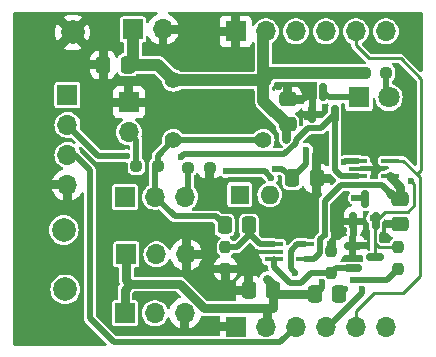
<source format=gbr>
%TF.GenerationSoftware,KiCad,Pcbnew,8.0.1*%
%TF.CreationDate,2024-06-10T18:05:53-07:00*%
%TF.ProjectId,knockControlBoard,6b6e6f63-6b43-46f6-9e74-726f6c426f61,rev?*%
%TF.SameCoordinates,Original*%
%TF.FileFunction,Copper,L2,Bot*%
%TF.FilePolarity,Positive*%
%FSLAX46Y46*%
G04 Gerber Fmt 4.6, Leading zero omitted, Abs format (unit mm)*
G04 Created by KiCad (PCBNEW 8.0.1) date 2024-06-10 18:05:53*
%MOMM*%
%LPD*%
G01*
G04 APERTURE LIST*
G04 Aperture macros list*
%AMRoundRect*
0 Rectangle with rounded corners*
0 $1 Rounding radius*
0 $2 $3 $4 $5 $6 $7 $8 $9 X,Y pos of 4 corners*
0 Add a 4 corners polygon primitive as box body*
4,1,4,$2,$3,$4,$5,$6,$7,$8,$9,$2,$3,0*
0 Add four circle primitives for the rounded corners*
1,1,$1+$1,$2,$3*
1,1,$1+$1,$4,$5*
1,1,$1+$1,$6,$7*
1,1,$1+$1,$8,$9*
0 Add four rect primitives between the rounded corners*
20,1,$1+$1,$2,$3,$4,$5,0*
20,1,$1+$1,$4,$5,$6,$7,0*
20,1,$1+$1,$6,$7,$8,$9,0*
20,1,$1+$1,$8,$9,$2,$3,0*%
G04 Aperture macros list end*
%TA.AperFunction,ComponentPad*%
%ADD10C,2.000000*%
%TD*%
%TA.AperFunction,ComponentPad*%
%ADD11R,1.600000X1.600000*%
%TD*%
%TA.AperFunction,ComponentPad*%
%ADD12O,1.600000X1.600000*%
%TD*%
%TA.AperFunction,SMDPad,CuDef*%
%ADD13RoundRect,0.237500X-0.237500X0.250000X-0.237500X-0.250000X0.237500X-0.250000X0.237500X0.250000X0*%
%TD*%
%TA.AperFunction,SMDPad,CuDef*%
%ADD14RoundRect,0.150000X-0.587500X-0.150000X0.587500X-0.150000X0.587500X0.150000X-0.587500X0.150000X0*%
%TD*%
%TA.AperFunction,SMDPad,CuDef*%
%ADD15RoundRect,0.150000X0.150000X-0.587500X0.150000X0.587500X-0.150000X0.587500X-0.150000X-0.587500X0*%
%TD*%
%TA.AperFunction,ComponentPad*%
%ADD16O,1.700000X1.700000*%
%TD*%
%TA.AperFunction,ComponentPad*%
%ADD17R,1.700000X1.700000*%
%TD*%
%TA.AperFunction,SMDPad,CuDef*%
%ADD18RoundRect,0.237500X-0.250000X-0.237500X0.250000X-0.237500X0.250000X0.237500X-0.250000X0.237500X0*%
%TD*%
%TA.AperFunction,SMDPad,CuDef*%
%ADD19RoundRect,0.100000X-0.650000X-0.100000X0.650000X-0.100000X0.650000X0.100000X-0.650000X0.100000X0*%
%TD*%
%TA.AperFunction,SMDPad,CuDef*%
%ADD20RoundRect,0.250000X-0.337500X-0.475000X0.337500X-0.475000X0.337500X0.475000X-0.337500X0.475000X0*%
%TD*%
%TA.AperFunction,ComponentPad*%
%ADD21C,1.397000*%
%TD*%
%TA.AperFunction,SMDPad,CuDef*%
%ADD22RoundRect,0.250000X0.337500X0.475000X-0.337500X0.475000X-0.337500X-0.475000X0.337500X-0.475000X0*%
%TD*%
%TA.AperFunction,ComponentPad*%
%ADD23C,1.800000*%
%TD*%
%TA.AperFunction,ComponentPad*%
%ADD24R,1.800000X1.800000*%
%TD*%
%TA.AperFunction,SMDPad,CuDef*%
%ADD25RoundRect,0.250000X0.475000X-0.337500X0.475000X0.337500X-0.475000X0.337500X-0.475000X-0.337500X0*%
%TD*%
%TA.AperFunction,SMDPad,CuDef*%
%ADD26RoundRect,0.250000X-0.475000X0.337500X-0.475000X-0.337500X0.475000X-0.337500X0.475000X0.337500X0*%
%TD*%
%TA.AperFunction,SMDPad,CuDef*%
%ADD27RoundRect,0.237500X0.250000X0.237500X-0.250000X0.237500X-0.250000X-0.237500X0.250000X-0.237500X0*%
%TD*%
%TA.AperFunction,ViaPad*%
%ADD28C,0.600000*%
%TD*%
%TA.AperFunction,Conductor*%
%ADD29C,0.250000*%
%TD*%
%TA.AperFunction,Conductor*%
%ADD30C,0.500000*%
%TD*%
%TA.AperFunction,Conductor*%
%ADD31C,0.750000*%
%TD*%
%TA.AperFunction,Conductor*%
%ADD32C,1.000000*%
%TD*%
G04 APERTURE END LIST*
D10*
%TO.P,TP3,1,1*%
%TO.N,retard duration*%
X-14430000Y-21830000D03*
%TD*%
D11*
%TO.P,D4,1,K*%
%TO.N,Net-(D4-K)*%
X345686Y-13820000D03*
D12*
%TO.P,D4,2,A*%
%TO.N,Net-(D4-A)*%
X2885686Y-13820000D03*
%TD*%
D10*
%TO.P,TP2,1,1*%
%TO.N,retard_trig_lvl*%
X-14550000Y-16800000D03*
%TD*%
%TO.P,TP1,1,1*%
%TO.N,GND*%
X-13810000Y-80000D03*
%TD*%
D13*
%TO.P,R10,2*%
%TO.N,+5V*%
X13740000Y-20095000D03*
%TO.P,R10,1*%
%TO.N,retarder_trig*%
X13740000Y-18270000D03*
%TD*%
D14*
%TO.P,Q4,3,D*%
%TO.N,retarder_trig*%
X11777500Y-19100000D03*
%TO.P,Q4,2,S*%
%TO.N,GND*%
X9902500Y-18150000D03*
%TO.P,Q4,1,G*%
%TO.N,Net-(Q4-G)*%
X9902500Y-20050000D03*
%TD*%
D15*
%TO.P,Q3,3,D*%
%TO.N,Net-(Q3-D)*%
X10920000Y-14185000D03*
%TO.P,Q3,2,S*%
%TO.N,GND*%
X9970000Y-16060000D03*
%TO.P,Q3,1,G*%
%TO.N,retarder_trig*%
X11870000Y-16060000D03*
%TD*%
D16*
%TO.P,J4,6,Pin_6*%
%TO.N,retard_trig_lvl*%
X12700000Y-25000000D03*
%TO.P,J4,5,Pin_5*%
%TO.N,retard duration*%
X10160000Y-25000000D03*
%TO.P,J4,4,Pin_4*%
%TO.N,retarder_in*%
X7620000Y-25000000D03*
%TO.P,J4,3,Pin_3*%
%TO.N,log_sync*%
X5080000Y-25000000D03*
%TO.P,J4,2,Pin_2*%
%TO.N,+5V*%
X2540000Y-25000000D03*
D17*
%TO.P,J4,1,Pin_1*%
%TO.N,GND*%
X0Y-25000000D03*
%TD*%
%TO.P,J2,1,Pin_1*%
%TO.N,GND*%
X0Y0D03*
D16*
%TO.P,J2,2,Pin_2*%
%TO.N,+5V*%
X2540000Y0D03*
%TO.P,J2,3,Pin_3*%
%TO.N,log_sync*%
X5080000Y0D03*
%TO.P,J2,4,Pin_4*%
%TO.N,retarder_trig*%
X7620000Y0D03*
%TO.P,J2,5,Pin_5*%
%TO.N,retard duration*%
X10160000Y0D03*
%TO.P,J2,6,Pin_6*%
%TO.N,retard_trig_lvl*%
X12700000Y0D03*
%TD*%
D13*
%TO.P,R7,2*%
%TO.N,Net-(Q4-G)*%
X8090000Y-20432500D03*
%TO.P,R7,1*%
%TO.N,GND*%
X8090000Y-18607500D03*
%TD*%
D17*
%TO.P,J7,1,Pin_1*%
%TO.N,log_out*%
X-14250000Y-5370000D03*
D16*
%TO.P,J7,2,Pin_2*%
%TO.N,retarder_out*%
X-14250000Y-7910000D03*
%TO.P,J7,3,Pin_3*%
%TO.N,log_sync*%
X-14250000Y-10450000D03*
%TO.P,J7,4,Pin_4*%
%TO.N,GND*%
X-14250000Y-12990000D03*
%TD*%
%TO.P,J5,2,Pin_2*%
%TO.N,GND*%
X-6155000Y180000D03*
D17*
%TO.P,J5,1,Pin_1*%
%TO.N,+5V*%
X-8695000Y180000D03*
%TD*%
D16*
%TO.P,J1,2,Pin_2*%
%TO.N,Net-(J1-Pin_2)*%
X-9050000Y-8540000D03*
D17*
%TO.P,J1,1,Pin_1*%
%TO.N,GND*%
X-9050000Y-6000000D03*
%TD*%
D13*
%TO.P,R5,2*%
%TO.N,GND*%
X-870000Y-20105000D03*
%TO.P,R5,1*%
%TO.N,Net-(U1-IN+)*%
X-870000Y-18280000D03*
%TD*%
D18*
%TO.P,R2,2*%
%TO.N,GND*%
X-2207500Y-11530000D03*
%TO.P,R2,1*%
%TO.N,Net-(R2-Pad1)*%
X-4032500Y-11530000D03*
%TD*%
D17*
%TO.P,RV2,1,1*%
%TO.N,+5V*%
X-9385000Y-23850000D03*
D16*
%TO.P,RV2,2,2*%
%TO.N,retard duration*%
X-6845000Y-23850000D03*
%TO.P,RV2,3,3*%
%TO.N,GND*%
X-4305000Y-23850000D03*
%TD*%
D19*
%TO.P,U1,5,VDD*%
%TO.N,+5V*%
X5890000Y-19300000D03*
%TO.P,U1,4,IN-*%
%TO.N,retard_trig_lvl*%
X5890000Y-18000000D03*
%TO.P,U1,3,IN+*%
%TO.N,Net-(U1-IN+)*%
X3230000Y-18000000D03*
%TO.P,U1,2,VSS*%
%TO.N,GND*%
X3230000Y-18650000D03*
%TO.P,U1,1,OUT*%
%TO.N,Net-(Q4-G)*%
X3230000Y-19300000D03*
%TD*%
D20*
%TO.P,C1,2*%
%TO.N,Net-(U1-IN+)*%
X1137500Y-16400000D03*
%TO.P,C1,1*%
%TO.N,Net-(C1-Pad1)*%
X-937500Y-16400000D03*
%TD*%
D17*
%TO.P,RV3,1,1*%
%TO.N,unconnected-(RV3-Pad1)*%
X-9350000Y-14000000D03*
D16*
%TO.P,RV3,2,2*%
%TO.N,Net-(C1-Pad1)*%
X-6810000Y-14000000D03*
%TO.P,RV3,3,3*%
%TO.N,Net-(R2-Pad1)*%
X-4270000Y-14000000D03*
%TD*%
D21*
%TO.P,SW1,2,2*%
%TO.N,Net-(C1-Pad1)*%
X2340000Y-9220000D03*
X-5280000Y-9220000D03*
%TO.P,SW1,1,1*%
%TO.N,+5V*%
X2340000Y-4140000D03*
X-5280000Y-4140000D03*
%TD*%
D22*
%TO.P,C4,2*%
%TO.N,Net-(D4-K)*%
X4792500Y-12440000D03*
%TO.P,C4,1*%
%TO.N,GND*%
X6867500Y-12440000D03*
%TD*%
D18*
%TO.P,R1,2*%
%TO.N,Net-(C1-Pad1)*%
X-6587500Y-11410000D03*
%TO.P,R1,1*%
%TO.N,Net-(J1-Pin_2)*%
X-8412500Y-11410000D03*
%TD*%
D19*
%TO.P,U6,5,VDD*%
%TO.N,+5V*%
X13030000Y-12252500D03*
%TO.P,U6,4,IN-*%
%TO.N,retard duration*%
X13030000Y-10952500D03*
%TO.P,U6,3,IN+*%
%TO.N,Net-(U4-D)*%
X10370000Y-10952500D03*
%TO.P,U6,2,VSS*%
%TO.N,GND*%
X10370000Y-11602500D03*
%TO.P,U6,1,OUT*%
%TO.N,retarder_out*%
X10370000Y-12252500D03*
%TD*%
D23*
%TO.P,D3,2,A*%
%TO.N,Net-(D3-A)*%
X12970000Y-5580000D03*
D24*
%TO.P,D3,1,K*%
%TO.N,Net-(D3-K)*%
X10430000Y-5580000D03*
%TD*%
D16*
%TO.P,RV1,3,3*%
%TO.N,GND*%
X-4175000Y-18880000D03*
%TO.P,RV1,2,2*%
%TO.N,retard_trig_lvl*%
X-6715000Y-18880000D03*
D17*
%TO.P,RV1,1,1*%
%TO.N,+5V*%
X-9255000Y-18880000D03*
%TD*%
D15*
%TO.P,Q1,3,D*%
%TO.N,Net-(D3-K)*%
X7430000Y-5122500D03*
%TO.P,Q1,2,S*%
%TO.N,GND*%
X6480000Y-6997500D03*
%TO.P,Q1,1,G*%
%TO.N,retarder_out*%
X8380000Y-6997500D03*
%TD*%
D25*
%TO.P,C11,2*%
%TO.N,+5V*%
X13920000Y-14222500D03*
%TO.P,C11,1*%
%TO.N,GND*%
X13920000Y-16297500D03*
%TD*%
D22*
%TO.P,C9,2*%
%TO.N,GND*%
X-11220000Y-2830000D03*
%TO.P,C9,1*%
%TO.N,+5V*%
X-9145000Y-2830000D03*
%TD*%
D26*
%TO.P,C3,2*%
%TO.N,+5V*%
X4390000Y-7830000D03*
%TO.P,C3,1*%
%TO.N,GND*%
X4390000Y-5755000D03*
%TD*%
D20*
%TO.P,C5,2*%
%TO.N,+5V*%
X3157500Y-21900000D03*
%TO.P,C5,1*%
%TO.N,GND*%
X1082500Y-21900000D03*
%TD*%
D27*
%TO.P,R11,2*%
%TO.N,+5V*%
X10925000Y-3520000D03*
%TO.P,R11,1*%
%TO.N,Net-(D3-A)*%
X12750000Y-3520000D03*
%TD*%
D22*
%TO.P,C7,2*%
%TO.N,+5V*%
X6700000Y-22250000D03*
%TO.P,C7,1*%
%TO.N,GND*%
X8775000Y-22250000D03*
%TD*%
D28*
%TO.N,GND*%
X11080000Y-17400000D03*
X11130000Y-18090000D03*
%TO.N,retarder_trig*%
X14820000Y-12650000D03*
%TO.N,GND*%
X12740000Y-17330000D03*
X14190000Y-16590000D03*
X11720000Y-11910000D03*
X6240000Y-16650000D03*
X9080000Y-14890000D03*
X9160000Y-16830000D03*
X6080000Y-15610000D03*
X9260000Y-21780000D03*
X9540000Y-7500000D03*
X12110000Y-7630000D03*
X13520000Y-7650000D03*
X10410000Y-9910000D03*
X9790000Y-9910000D03*
X4060000Y-15430000D03*
X4070000Y-16760000D03*
X1690000Y-15130000D03*
X2330000Y-16720000D03*
X6000000Y-7200000D03*
X3650000Y-4700000D03*
%TO.N,+5V*%
X9910000Y-21060000D03*
%TO.N,Net-(D4-K)*%
X5990000Y-10010000D03*
%TO.N,+5V*%
X7270000Y-21182500D03*
X2640000Y-20940000D03*
X7520000Y-17220000D03*
X13090000Y-13700000D03*
X4260000Y-9060000D03*
%TO.N,retarder_out*%
X-9230000Y-10520000D03*
X-4610017Y-10627366D03*
%TO.N,log_out*%
X-830000Y-11840000D03*
X3000000Y-12390000D03*
%TO.N,retarder_trig*%
X11620000Y-15790000D03*
%TO.N,Net-(Q3-D)*%
X10045000Y-14100000D03*
%TO.N,retarder_in*%
X10667500Y-21810000D03*
%TO.N,Net-(U4-D)*%
X9170000Y-11090000D03*
%TO.N,Net-(D4-K)*%
X3360000Y-11600000D03*
%TO.N,retard_trig_lvl*%
X5009412Y-20415000D03*
%TO.N,Net-(U1-IN+)*%
X1210000Y-17150000D03*
%TD*%
D29*
%TO.N,retarder_trig*%
X15120000Y-12950000D02*
X14820000Y-12650000D01*
X15120000Y-14720000D02*
X15120000Y-12950000D01*
X14580000Y-15260000D02*
X15120000Y-14720000D01*
%TO.N,retard duration*%
X15695000Y-11715000D02*
X15320000Y-12090000D01*
X15695000Y-4015000D02*
X15695000Y-11715000D01*
X11280000Y-2280000D02*
X13960000Y-2280000D01*
X13960000Y-2280000D02*
X15695000Y-4015000D01*
X10160000Y-1160000D02*
X11280000Y-2280000D01*
X10160000Y0D02*
X10160000Y-1160000D01*
X15570000Y-12340000D02*
X15320000Y-12090000D01*
X15570000Y-20740000D02*
X15570000Y-12340000D01*
X14160000Y-22150000D02*
X15570000Y-20740000D01*
X11700000Y-22150000D02*
X14160000Y-22150000D01*
X10160000Y-23690000D02*
X11700000Y-22150000D01*
X10160000Y-25000000D02*
X10160000Y-23690000D01*
%TO.N,retarder_trig*%
X12670000Y-15260000D02*
X14580000Y-15260000D01*
X11870000Y-16060000D02*
X12670000Y-15260000D01*
D30*
%TO.N,retarder_in*%
X10667500Y-21810000D02*
X10667500Y-22166878D01*
X10667500Y-22166878D02*
X7834378Y-25000000D01*
X7834378Y-25000000D02*
X7620000Y-25000000D01*
D31*
%TO.N,+5V*%
X2610000Y-24930000D02*
X2540000Y-25000000D01*
X2610000Y-23430000D02*
X2610000Y-24930000D01*
X-9255000Y-21025000D02*
X-9255000Y-18880000D01*
X-8920000Y-21360000D02*
X-9255000Y-21025000D01*
X-8920000Y-21380000D02*
X-8920000Y-21360000D01*
X-4759745Y-21380000D02*
X-8920000Y-21380000D01*
X-2709745Y-23430000D02*
X-4759745Y-21380000D01*
X3157500Y-23430000D02*
X-2709745Y-23430000D01*
X-9385000Y-21845000D02*
X-9385000Y-23850000D01*
X-8920000Y-21380000D02*
X-9385000Y-21845000D01*
X3157500Y-21900000D02*
X3157500Y-23430000D01*
D30*
%TO.N,log_sync*%
X3770000Y-26310000D02*
X5080000Y-25000000D01*
X-10310000Y-26310000D02*
X3770000Y-26310000D01*
X-12350000Y-24270000D02*
X-10310000Y-26310000D01*
X-12350000Y-11750000D02*
X-12350000Y-24270000D01*
X-14250000Y-10450000D02*
X-13650000Y-10450000D01*
X-13650000Y-10450000D02*
X-12350000Y-11750000D01*
%TO.N,+5V*%
X12775000Y-21060000D02*
X9910000Y-21060000D01*
X13740000Y-20095000D02*
X12775000Y-21060000D01*
%TO.N,Net-(D4-K)*%
X5990000Y-11242500D02*
X4792500Y-12440000D01*
X5990000Y-10010000D02*
X5990000Y-11242500D01*
%TO.N,retarder_out*%
X4118226Y-10368500D02*
X-4351151Y-10368500D01*
X-4351151Y-10368500D02*
X-4610017Y-10627366D01*
X5085000Y-9401726D02*
X4118226Y-10368500D01*
X5085000Y-9205000D02*
X5085000Y-9401726D01*
X7192500Y-8185000D02*
X6105000Y-8185000D01*
X6105000Y-8185000D02*
X5085000Y-9205000D01*
X8380000Y-6997500D02*
X7192500Y-8185000D01*
%TO.N,+5V*%
X12387500Y-12997500D02*
X13090000Y-13700000D01*
X8882500Y-12997500D02*
X12387500Y-12997500D01*
X7520000Y-14360000D02*
X8882500Y-12997500D01*
X7520000Y-17220000D02*
X7520000Y-14360000D01*
%TO.N,Net-(Q3-D)*%
X10835000Y-14100000D02*
X10920000Y-14185000D01*
X10045000Y-14100000D02*
X10835000Y-14100000D01*
%TO.N,+5V*%
X7270000Y-21182500D02*
X7270000Y-21680000D01*
X7270000Y-21680000D02*
X6700000Y-22250000D01*
D31*
X3157500Y-21457500D02*
X2640000Y-20940000D01*
X3157500Y-21900000D02*
X3157500Y-21457500D01*
X3507500Y-22250000D02*
X3157500Y-21900000D01*
X6700000Y-22250000D02*
X3507500Y-22250000D01*
D30*
X7150000Y-17590000D02*
X7520000Y-17220000D01*
X7150000Y-18789999D02*
X7150000Y-17590000D01*
X6639999Y-19300000D02*
X7150000Y-18789999D01*
X5890000Y-19300000D02*
X6639999Y-19300000D01*
%TO.N,Net-(Q4-G)*%
X4600000Y-21300000D02*
X3230000Y-19930000D01*
X3230000Y-19930000D02*
X3230000Y-19300000D01*
X6397500Y-20432500D02*
X5530000Y-21300000D01*
X8090000Y-20432500D02*
X6397500Y-20432500D01*
X5530000Y-21300000D02*
X4600000Y-21300000D01*
X8472500Y-20050000D02*
X8090000Y-20432500D01*
X9902500Y-20050000D02*
X8472500Y-20050000D01*
D31*
%TO.N,+5V*%
X13612500Y-14222500D02*
X13090000Y-13700000D01*
X13920000Y-14222500D02*
X13612500Y-14222500D01*
X13920000Y-13142500D02*
X13030000Y-12252500D01*
X13920000Y-14222500D02*
X13920000Y-13142500D01*
X4260000Y-7960000D02*
X4390000Y-7830000D01*
X4260000Y-9060000D02*
X4260000Y-7960000D01*
D32*
X4302070Y-7830000D02*
X4390000Y-7830000D01*
X2340000Y-5867930D02*
X4302070Y-7830000D01*
X2340000Y-4140000D02*
X2340000Y-5867930D01*
X2960000Y-3520000D02*
X2340000Y-4140000D01*
X10925000Y-3520000D02*
X2960000Y-3520000D01*
X2340000Y-200000D02*
X2540000Y0D01*
X2340000Y-4140000D02*
X2340000Y-200000D01*
X-5280000Y-4140000D02*
X2340000Y-4140000D01*
X-6590000Y-2830000D02*
X-5280000Y-4140000D01*
X-9145000Y-2830000D02*
X-6590000Y-2830000D01*
X-8695000Y-2380000D02*
X-9145000Y-2830000D01*
X-8695000Y180000D02*
X-8695000Y-2380000D01*
D30*
%TO.N,Net-(C1-Pad1)*%
X-5150000Y-15660000D02*
X-6810000Y-14000000D01*
X-1677500Y-15660000D02*
X-5150000Y-15660000D01*
X-937500Y-16400000D02*
X-1677500Y-15660000D01*
%TO.N,retarder_out*%
X-11640000Y-10520000D02*
X-14250000Y-7910000D01*
X-9230000Y-10520000D02*
X-11640000Y-10520000D01*
X8380000Y-10940000D02*
X8380000Y-11750000D01*
X8380000Y-6997500D02*
X8380000Y-10940000D01*
%TO.N,Net-(D4-K)*%
X3360000Y-11600000D02*
X3952500Y-11600000D01*
X3952500Y-11600000D02*
X4792500Y-12440000D01*
%TO.N,retarder_out*%
X8882500Y-12252500D02*
X10370000Y-12252500D01*
%TO.N,Net-(D3-K)*%
X7887500Y-5580000D02*
X10430000Y-5580000D01*
X7430000Y-5122500D02*
X7887500Y-5580000D01*
%TO.N,retarder_out*%
X8380000Y-11750000D02*
X8882500Y-12252500D01*
%TO.N,Net-(C1-Pad1)*%
X-5280000Y-9220000D02*
X2340000Y-9220000D01*
%TO.N,log_out*%
X2450000Y-11840000D02*
X-830000Y-11840000D01*
X3000000Y-12390000D02*
X2450000Y-11840000D01*
%TO.N,retard_trig_lvl*%
X5200000Y-18000000D02*
X5890000Y-18000000D01*
X4640000Y-18560000D02*
X5200000Y-18000000D01*
X5009412Y-20415000D02*
X4640000Y-20045588D01*
X4640000Y-20045588D02*
X4640000Y-18560000D01*
%TO.N,Net-(D3-A)*%
X12750000Y-5360000D02*
X12970000Y-5580000D01*
X12750000Y-3520000D02*
X12750000Y-5360000D01*
D29*
%TO.N,retard duration*%
X14182500Y-10952500D02*
X13030000Y-10952500D01*
X15320000Y-12090000D02*
X14182500Y-10952500D01*
D30*
%TO.N,retarder_trig*%
X11870000Y-16040000D02*
X11620000Y-15790000D01*
X11870000Y-16060000D02*
X11870000Y-16040000D01*
%TO.N,Net-(J1-Pin_2)*%
X-8412500Y-9177500D02*
X-9050000Y-8540000D01*
X-8412500Y-11410000D02*
X-8412500Y-9177500D01*
%TO.N,Net-(U4-D)*%
X9307500Y-10952500D02*
X9170000Y-11090000D01*
X10370000Y-10952500D02*
X9307500Y-10952500D01*
%TO.N,Net-(U1-IN+)*%
X2060000Y-18000000D02*
X1210000Y-17150000D01*
X3230000Y-18000000D02*
X2060000Y-18000000D01*
D29*
%TO.N,retarder_trig*%
X13740000Y-18270000D02*
X12127500Y-18270000D01*
X11777500Y-17920000D02*
X11777500Y-16152500D01*
X12127500Y-18270000D02*
X11777500Y-17920000D01*
X11777500Y-19100000D02*
X11777500Y-17920000D01*
X11777500Y-16152500D02*
X11870000Y-16060000D01*
D30*
%TO.N,Net-(R2-Pad1)*%
X-4032500Y-13762500D02*
X-4270000Y-14000000D01*
X-4032500Y-11530000D02*
X-4032500Y-13762500D01*
%TO.N,Net-(U1-IN+)*%
X-870000Y-18280000D02*
X80000Y-18280000D01*
X80000Y-18280000D02*
X1210000Y-17150000D01*
X1210000Y-16472500D02*
X1137500Y-16400000D01*
X1210000Y-17150000D02*
X1210000Y-16472500D01*
%TO.N,Net-(C1-Pad1)*%
X-5280000Y-9220000D02*
X-6587500Y-10527500D01*
X-6587500Y-10527500D02*
X-6587500Y-11410000D01*
X-6810000Y-14000000D02*
X-6810000Y-11632500D01*
X-6810000Y-11632500D02*
X-6587500Y-11410000D01*
%TD*%
%TA.AperFunction,Conductor*%
%TO.N,GND*%
G36*
X-6625973Y1659815D02*
G01*
X-6580218Y1607011D01*
X-6570274Y1537853D01*
X-6599299Y1474297D01*
X-6640607Y1443118D01*
X-6832577Y1353600D01*
X-6832579Y1353599D01*
X-7026073Y1218113D01*
X-7026079Y1218108D01*
X-7193108Y1051079D01*
X-7193113Y1051073D01*
X-7328599Y857579D01*
X-7328602Y857573D01*
X-7358118Y794277D01*
X-7404290Y741837D01*
X-7471483Y722685D01*
X-7538364Y742900D01*
X-7583699Y796065D01*
X-7594500Y846681D01*
X-7594500Y1054678D01*
X-7609032Y1127735D01*
X-7609033Y1127739D01*
X-7627405Y1155235D01*
X-7664399Y1210601D01*
X-7747260Y1265966D01*
X-7747264Y1265967D01*
X-7820323Y1280500D01*
X-7820326Y1280500D01*
X-9569674Y1280500D01*
X-9569677Y1280500D01*
X-9642735Y1265967D01*
X-9642740Y1265966D01*
X-9725601Y1210601D01*
X-9780966Y1127740D01*
X-9795500Y1054674D01*
X-9795500Y-694674D01*
X-9780966Y-767740D01*
X-9725601Y-850601D01*
X-9642740Y-905966D01*
X-9569677Y-920499D01*
X-9569676Y-920500D01*
X-9569674Y-920500D01*
X-9569500Y-920500D01*
X-9569410Y-920526D01*
X-9563614Y-921097D01*
X-9563722Y-922196D01*
X-9502461Y-940185D01*
X-9456706Y-992989D01*
X-9445500Y-1044500D01*
X-9445500Y-1733992D01*
X-9465185Y-1801031D01*
X-9517989Y-1846786D01*
X-9556246Y-1857282D01*
X-9589983Y-1860908D01*
X-9724828Y-1911202D01*
X-9724835Y-1911206D01*
X-9840044Y-1997452D01*
X-9840047Y-1997455D01*
X-9926293Y-2112664D01*
X-9926298Y-2112673D01*
X-9933681Y-2132468D01*
X-9975551Y-2188402D01*
X-10041015Y-2212820D01*
X-10109288Y-2197969D01*
X-10158694Y-2148565D01*
X-10167569Y-2128141D01*
X-10198142Y-2035878D01*
X-10198143Y-2035875D01*
X-10290184Y-1886654D01*
X-10414154Y-1762684D01*
X-10563375Y-1670643D01*
X-10563380Y-1670641D01*
X-10729802Y-1615494D01*
X-10729809Y-1615493D01*
X-10832513Y-1605000D01*
X-10845000Y-1605000D01*
X-10845000Y-4054999D01*
X-10832528Y-4054999D01*
X-10832513Y-4054998D01*
X-10729802Y-4044505D01*
X-10563380Y-3989358D01*
X-10563375Y-3989356D01*
X-10414154Y-3897315D01*
X-10290184Y-3773345D01*
X-10198143Y-3624124D01*
X-10198141Y-3624119D01*
X-10167569Y-3531859D01*
X-10127796Y-3474414D01*
X-10063280Y-3447591D01*
X-9994504Y-3459906D01*
X-9943304Y-3507449D01*
X-9933680Y-3527531D01*
X-9926296Y-3547331D01*
X-9840046Y-3662546D01*
X-9724831Y-3748796D01*
X-9589983Y-3799091D01*
X-9530373Y-3805500D01*
X-8759628Y-3805499D01*
X-8711257Y-3800299D01*
X-8700016Y-3799091D01*
X-8565171Y-3748797D01*
X-8565164Y-3748793D01*
X-8478595Y-3683987D01*
X-8449954Y-3662546D01*
X-8449952Y-3662544D01*
X-8449949Y-3662541D01*
X-8425732Y-3630190D01*
X-8369799Y-3588318D01*
X-8326465Y-3580500D01*
X-6952230Y-3580500D01*
X-6885191Y-3600185D01*
X-6864548Y-3616819D01*
X-6253188Y-4228178D01*
X-6219705Y-4289499D01*
X-6217468Y-4303701D01*
X-6215269Y-4326037D01*
X-6161004Y-4504924D01*
X-6072883Y-4669787D01*
X-5954291Y-4814291D01*
X-5809787Y-4932883D01*
X-5749354Y-4965185D01*
X-5662913Y-5011389D01*
X-5644924Y-5021004D01*
X-5466037Y-5075269D01*
X-5280000Y-5093592D01*
X-5093963Y-5075269D01*
X-4915076Y-5021004D01*
X-4915072Y-5021001D01*
X-4915069Y-5021001D01*
X-4750218Y-4932886D01*
X-4750211Y-4932882D01*
X-4732866Y-4918647D01*
X-4668556Y-4891334D01*
X-4654201Y-4890500D01*
X1465500Y-4890500D01*
X1532539Y-4910185D01*
X1578294Y-4962989D01*
X1589500Y-5014500D01*
X1589500Y-5941848D01*
X1589500Y-5941850D01*
X1589499Y-5941850D01*
X1618340Y-6086837D01*
X1618343Y-6086847D01*
X1674914Y-6223423D01*
X1674915Y-6223424D01*
X1689113Y-6244674D01*
X1757046Y-6346344D01*
X1757052Y-6346351D01*
X3378181Y-7967479D01*
X3411666Y-8028802D01*
X3414500Y-8055159D01*
X3414500Y-8215369D01*
X3414501Y-8215376D01*
X3420908Y-8274983D01*
X3471202Y-8409828D01*
X3471203Y-8409829D01*
X3471204Y-8409831D01*
X3557452Y-8525043D01*
X3557451Y-8525043D01*
X3557452Y-8525044D01*
X3557454Y-8525046D01*
X3584812Y-8545526D01*
X3626681Y-8601456D01*
X3634500Y-8644791D01*
X3634500Y-9121610D01*
X3658535Y-9242444D01*
X3658538Y-9242454D01*
X3705687Y-9356283D01*
X3705692Y-9356292D01*
X3774141Y-9458732D01*
X3774144Y-9458736D01*
X3861263Y-9545855D01*
X3861267Y-9545858D01*
X3958506Y-9610832D01*
X4003311Y-9664445D01*
X4012018Y-9733770D01*
X3981863Y-9796797D01*
X3977304Y-9801607D01*
X3947230Y-9831681D01*
X3885910Y-9865166D01*
X3859550Y-9868000D01*
X3276579Y-9868000D01*
X3209540Y-9848315D01*
X3163785Y-9795511D01*
X3153841Y-9726353D01*
X3167221Y-9685547D01*
X3221001Y-9584930D01*
X3221001Y-9584929D01*
X3221004Y-9584924D01*
X3275269Y-9406037D01*
X3293592Y-9220000D01*
X3275269Y-9033963D01*
X3221004Y-8855076D01*
X3221001Y-8855072D01*
X3221001Y-8855069D01*
X3132886Y-8690218D01*
X3132882Y-8690211D01*
X3014291Y-8545708D01*
X2869788Y-8427117D01*
X2869781Y-8427113D01*
X2704930Y-8338998D01*
X2704924Y-8338996D01*
X2526037Y-8284731D01*
X2526035Y-8284730D01*
X2526033Y-8284730D01*
X2340000Y-8266408D01*
X2153966Y-8284730D01*
X1975069Y-8338998D01*
X1810218Y-8427113D01*
X1810211Y-8427117D01*
X1665708Y-8545708D01*
X1560287Y-8674165D01*
X1502541Y-8713499D01*
X1464434Y-8719500D01*
X-4404434Y-8719500D01*
X-4471473Y-8699815D01*
X-4500287Y-8674165D01*
X-4605708Y-8545708D01*
X-4750211Y-8427117D01*
X-4750218Y-8427113D01*
X-4915069Y-8338998D01*
X-5093966Y-8284730D01*
X-5280000Y-8266408D01*
X-5466033Y-8284730D01*
X-5466035Y-8284730D01*
X-5466037Y-8284731D01*
X-5644924Y-8338996D01*
X-5644930Y-8338998D01*
X-5809781Y-8427113D01*
X-5809788Y-8427117D01*
X-5954291Y-8545708D01*
X-6072882Y-8690211D01*
X-6072886Y-8690218D01*
X-6161001Y-8855069D01*
X-6161001Y-8855072D01*
X-6161004Y-8855076D01*
X-6215269Y-9033963D01*
X-6233592Y-9220000D01*
X-6217303Y-9385378D01*
X-6230322Y-9454021D01*
X-6253025Y-9485211D01*
X-6894813Y-10126999D01*
X-6894814Y-10127000D01*
X-6988000Y-10220186D01*
X-7053892Y-10334314D01*
X-7088000Y-10461608D01*
X-7088000Y-10461610D01*
X-7088000Y-10688364D01*
X-7107685Y-10755403D01*
X-7137688Y-10787630D01*
X-7186107Y-10823877D01*
X-7186116Y-10823884D01*
X-7270212Y-10936222D01*
X-7301454Y-11019986D01*
X-7319251Y-11067700D01*
X-7325499Y-11125809D01*
X-7325500Y-11125826D01*
X-7325500Y-11694173D01*
X-7325499Y-11694190D01*
X-7323093Y-11716564D01*
X-7319251Y-11752299D01*
X-7318319Y-11754797D01*
X-7310500Y-11798132D01*
X-7310500Y-12946452D01*
X-7330185Y-13013491D01*
X-7369222Y-13051879D01*
X-7401765Y-13072029D01*
X-7476041Y-13118019D01*
X-7476042Y-13118020D01*
X-7626762Y-13255418D01*
X-7626764Y-13255421D01*
X-7749673Y-13418179D01*
X-7768468Y-13455925D01*
X-7822118Y-13563670D01*
X-7840582Y-13600750D01*
X-7879488Y-13737488D01*
X-7896397Y-13796917D01*
X-7911164Y-13956287D01*
X-7915215Y-14000000D01*
X-7896397Y-14203083D01*
X-7840582Y-14399250D01*
X-7749673Y-14581821D01*
X-7626764Y-14744579D01*
X-7476041Y-14881981D01*
X-7302637Y-14989348D01*
X-7112456Y-15063024D01*
X-6911976Y-15100500D01*
X-6911974Y-15100500D01*
X-6708026Y-15100500D01*
X-6708024Y-15100500D01*
X-6527343Y-15066725D01*
X-6457831Y-15073756D01*
X-6416880Y-15100932D01*
X-5550500Y-15967314D01*
X-5457314Y-16060500D01*
X-5343186Y-16126392D01*
X-5215892Y-16160500D01*
X-1936177Y-16160500D01*
X-1869138Y-16180185D01*
X-1848497Y-16196818D01*
X-1811819Y-16233495D01*
X-1778333Y-16294817D01*
X-1775499Y-16321177D01*
X-1775499Y-16922872D01*
X-1769091Y-16982483D01*
X-1718796Y-17117331D01*
X-1632546Y-17232546D01*
X-1517331Y-17318796D01*
X-1382483Y-17369091D01*
X-1382474Y-17369091D01*
X-1378732Y-17369976D01*
X-1376112Y-17371467D01*
X-1375215Y-17371802D01*
X-1375269Y-17371947D01*
X-1318012Y-17404544D01*
X-1285620Y-17466451D01*
X-1291840Y-17536044D01*
X-1334697Y-17591226D01*
X-1340910Y-17595141D01*
X-1343778Y-17597288D01*
X-1456116Y-17681384D01*
X-1508155Y-17750899D01*
X-1529565Y-17779500D01*
X-1540212Y-17793722D01*
X-1568873Y-17870565D01*
X-1589251Y-17925200D01*
X-1595499Y-17983309D01*
X-1595500Y-17983326D01*
X-1595500Y-18576673D01*
X-1595499Y-18576690D01*
X-1590386Y-18624239D01*
X-1589251Y-18634799D01*
X-1540212Y-18766278D01*
X-1456116Y-18878616D01*
X-1354542Y-18954653D01*
X-1312673Y-19010586D01*
X-1307689Y-19080278D01*
X-1341174Y-19141601D01*
X-1389850Y-19171625D01*
X-1421302Y-19182047D01*
X-1421311Y-19182051D01*
X-1568034Y-19272552D01*
X-1568038Y-19272555D01*
X-1689944Y-19394461D01*
X-1689947Y-19394465D01*
X-1780448Y-19541188D01*
X-1780454Y-19541201D01*
X-1834681Y-19704849D01*
X-1837250Y-19729999D01*
X-1837251Y-19730000D01*
X97249Y-19730000D01*
X97250Y-19729999D01*
X94681Y-19704849D01*
X94680Y-19704846D01*
X40453Y-19541199D01*
X40448Y-19541188D01*
X-50052Y-19394465D01*
X-50055Y-19394461D01*
X-171961Y-19272555D01*
X-171965Y-19272552D01*
X-318688Y-19182051D01*
X-318703Y-19182045D01*
X-350150Y-19171624D01*
X-407594Y-19131851D01*
X-434416Y-19067335D01*
X-422100Y-18998559D01*
X-385455Y-18954653D01*
X-283885Y-18878617D01*
X-283882Y-18878614D01*
X-247631Y-18830189D01*
X-191698Y-18788318D01*
X-148365Y-18780500D01*
X145890Y-18780500D01*
X145892Y-18780500D01*
X273186Y-18746392D01*
X387314Y-18680500D01*
X1122318Y-17945493D01*
X1183641Y-17912009D01*
X1253332Y-17916993D01*
X1297680Y-17945494D01*
X1659500Y-18307314D01*
X1752686Y-18400500D01*
X1851521Y-18457563D01*
X1861425Y-18463281D01*
X1866814Y-18466392D01*
X1994108Y-18500500D01*
X1994110Y-18500500D01*
X3304019Y-18500500D01*
X3304019Y-18503516D01*
X3358839Y-18512060D01*
X3411099Y-18558435D01*
X3430000Y-18624239D01*
X3430000Y-18675760D01*
X3410315Y-18742799D01*
X3357511Y-18788554D01*
X3304019Y-18796581D01*
X3304019Y-18799500D01*
X3164108Y-18799500D01*
X3036814Y-18833608D01*
X3029304Y-18836719D01*
X3028750Y-18835381D01*
X2976063Y-18849500D01*
X2546739Y-18849500D01*
X2544326Y-18849675D01*
X2535358Y-18850000D01*
X1987990Y-18850000D01*
X1987988Y-18850001D01*
X1995442Y-18906627D01*
X1995444Y-18906633D01*
X2055899Y-19052585D01*
X2152076Y-19177925D01*
X2180985Y-19200107D01*
X2222189Y-19256534D01*
X2229500Y-19298484D01*
X2229500Y-19433260D01*
X2239426Y-19501391D01*
X2290803Y-19606485D01*
X2373514Y-19689196D01*
X2373515Y-19689196D01*
X2373517Y-19689198D01*
X2478607Y-19740573D01*
X2512673Y-19745536D01*
X2546739Y-19750500D01*
X2546740Y-19750500D01*
X2605500Y-19750500D01*
X2672539Y-19770185D01*
X2718294Y-19822989D01*
X2729500Y-19874500D01*
X2729500Y-19995892D01*
X2732129Y-20005703D01*
X2763608Y-20123187D01*
X2766674Y-20128496D01*
X2783149Y-20196396D01*
X2760299Y-20262424D01*
X2705379Y-20305616D01*
X2659289Y-20314500D01*
X2578388Y-20314500D01*
X2457555Y-20338535D01*
X2457538Y-20338540D01*
X2343718Y-20385685D01*
X2343709Y-20385690D01*
X2241272Y-20454139D01*
X2241264Y-20454145D01*
X2154145Y-20541264D01*
X2154139Y-20541272D01*
X2085690Y-20643709D01*
X2085685Y-20643718D01*
X2038908Y-20756651D01*
X1995067Y-20811055D01*
X1928773Y-20833120D01*
X1861074Y-20815841D01*
X1859250Y-20814738D01*
X1739124Y-20740643D01*
X1739119Y-20740641D01*
X1572697Y-20685494D01*
X1572690Y-20685493D01*
X1469986Y-20675000D01*
X1457500Y-20675000D01*
X1457500Y-22151000D01*
X1437815Y-22218039D01*
X1385011Y-22263794D01*
X1333500Y-22275000D01*
X-4999Y-22275000D01*
X-4999Y-22424971D01*
X-4998Y-22424986D01*
X5493Y-22527695D01*
X43204Y-22641495D01*
X45606Y-22711324D01*
X9875Y-22771366D01*
X-52646Y-22802559D01*
X-74502Y-22804500D01*
X-2399293Y-22804500D01*
X-2466332Y-22784815D01*
X-2486974Y-22768181D01*
X-3730154Y-21525000D01*
X-5000Y-21525000D01*
X707500Y-21525000D01*
X707500Y-20675000D01*
X707498Y-20674999D01*
X695020Y-20675000D01*
X592302Y-20685494D01*
X425880Y-20740641D01*
X425875Y-20740643D01*
X276654Y-20832684D01*
X151686Y-20957652D01*
X149952Y-20961084D01*
X60643Y-21105875D01*
X60641Y-21105880D01*
X5494Y-21272302D01*
X5493Y-21272309D01*
X-4999Y-21375013D01*
X-5000Y-21375026D01*
X-5000Y-21525000D01*
X-3730154Y-21525000D01*
X-4273884Y-20981270D01*
X-4273887Y-20981267D01*
X-4338867Y-20916287D01*
X-4361013Y-20894140D01*
X-4438224Y-20842550D01*
X-4438226Y-20842549D01*
X-4463460Y-20825687D01*
X-4463463Y-20825685D01*
X-4556139Y-20787299D01*
X-4556140Y-20787299D01*
X-4577291Y-20778537D01*
X-4598413Y-20774336D01*
X-4637716Y-20766518D01*
X-4698134Y-20754500D01*
X-4698138Y-20754500D01*
X-4698139Y-20754500D01*
X-8505500Y-20754500D01*
X-8572539Y-20734815D01*
X-8618294Y-20682011D01*
X-8629500Y-20630500D01*
X-8629500Y-20480000D01*
X-1837250Y-20480000D01*
X-1834681Y-20505150D01*
X-1834680Y-20505153D01*
X-1780453Y-20668800D01*
X-1780448Y-20668811D01*
X-1689947Y-20815534D01*
X-1689944Y-20815538D01*
X-1568038Y-20937444D01*
X-1568034Y-20937447D01*
X-1421311Y-21027948D01*
X-1421300Y-21027953D01*
X-1257651Y-21082180D01*
X-1245000Y-21083472D01*
X-1245000Y-20480000D01*
X-495000Y-20480000D01*
X-495000Y-21083472D01*
X-494999Y-21083472D01*
X-482348Y-21082180D01*
X-318699Y-21027953D01*
X-318688Y-21027948D01*
X-171965Y-20937447D01*
X-171961Y-20937444D01*
X-49059Y-20814542D01*
X-47323Y-20811108D01*
X40450Y-20668807D01*
X40454Y-20668798D01*
X94681Y-20505150D01*
X97251Y-20480000D01*
X-495000Y-20480000D01*
X-1245000Y-20480000D01*
X-1837250Y-20480000D01*
X-8629500Y-20480000D01*
X-8629500Y-20104500D01*
X-8609815Y-20037461D01*
X-8557011Y-19991706D01*
X-8505500Y-19980500D01*
X-8380324Y-19980500D01*
X-8380321Y-19980499D01*
X-8307264Y-19965967D01*
X-8307260Y-19965966D01*
X-8224399Y-19910601D01*
X-8169034Y-19827740D01*
X-8169033Y-19827739D01*
X-8169032Y-19827735D01*
X-8154500Y-19754678D01*
X-8154500Y-18880000D01*
X-7820215Y-18880000D01*
X-7801397Y-19083083D01*
X-7745582Y-19279250D01*
X-7654673Y-19461821D01*
X-7531764Y-19624579D01*
X-7531762Y-19624581D01*
X-7527431Y-19628529D01*
X-7381041Y-19761981D01*
X-7207637Y-19869348D01*
X-7017456Y-19943024D01*
X-6816976Y-19980500D01*
X-6816974Y-19980500D01*
X-6613026Y-19980500D01*
X-6613024Y-19980500D01*
X-6412544Y-19943024D01*
X-6222363Y-19869348D01*
X-6069494Y-19774696D01*
X-6048960Y-19761982D01*
X-6048958Y-19761980D01*
X-5898237Y-19624581D01*
X-5775327Y-19461821D01*
X-5688182Y-19286811D01*
X-5640679Y-19235574D01*
X-5573016Y-19218153D01*
X-5506676Y-19240079D01*
X-5462721Y-19294390D01*
X-5457406Y-19309992D01*
X-5448431Y-19343489D01*
X-5448429Y-19343492D01*
X-5348600Y-19557578D01*
X-5213105Y-19751082D01*
X-5046082Y-19918105D01*
X-4852578Y-20053600D01*
X-4638492Y-20153429D01*
X-4638483Y-20153433D01*
X-4550000Y-20177142D01*
X-4550000Y-19212106D01*
X-4482007Y-19280099D01*
X-4367993Y-19345925D01*
X-4240826Y-19380000D01*
X-4109174Y-19380000D01*
X-3982007Y-19345925D01*
X-3867993Y-19280099D01*
X-3842894Y-19255000D01*
X-3800000Y-19255000D01*
X-3800000Y-20177141D01*
X-3799999Y-20177142D01*
X-3711516Y-20153433D01*
X-3711507Y-20153429D01*
X-3497421Y-20053600D01*
X-3303917Y-19918105D01*
X-3136894Y-19751082D01*
X-3001399Y-19557578D01*
X-2901570Y-19343492D01*
X-2901566Y-19343483D01*
X-2877858Y-19255000D01*
X-3800000Y-19255000D01*
X-3842894Y-19255000D01*
X-3774901Y-19187007D01*
X-3709075Y-19072993D01*
X-3675000Y-18945826D01*
X-3675000Y-18814174D01*
X-3709075Y-18687007D01*
X-3774901Y-18572993D01*
X-3842894Y-18505000D01*
X-3800000Y-18505000D01*
X-2877858Y-18505000D01*
X-2877857Y-18504999D01*
X-2901566Y-18416516D01*
X-2901570Y-18416507D01*
X-3001399Y-18202422D01*
X-3001400Y-18202420D01*
X-3136886Y-18008926D01*
X-3136891Y-18008920D01*
X-3303917Y-17841894D01*
X-3497421Y-17706399D01*
X-3711509Y-17606568D01*
X-3711512Y-17606567D01*
X-3799999Y-17582856D01*
X-3800000Y-17582857D01*
X-3800000Y-18505000D01*
X-3842894Y-18505000D01*
X-3867993Y-18479901D01*
X-3982007Y-18414075D01*
X-4109174Y-18380000D01*
X-4240826Y-18380000D01*
X-4367993Y-18414075D01*
X-4482007Y-18479901D01*
X-4550000Y-18547894D01*
X-4550000Y-17582856D01*
X-4638487Y-17606567D01*
X-4638490Y-17606568D01*
X-4852577Y-17706399D01*
X-4852579Y-17706400D01*
X-5046073Y-17841886D01*
X-5046079Y-17841891D01*
X-5213108Y-18008920D01*
X-5213113Y-18008926D01*
X-5348599Y-18202420D01*
X-5348600Y-18202422D01*
X-5448429Y-18416507D01*
X-5448434Y-18416518D01*
X-5457407Y-18450008D01*
X-5493771Y-18509669D01*
X-5556617Y-18540199D01*
X-5625993Y-18531905D01*
X-5679871Y-18487421D01*
X-5688182Y-18473188D01*
X-5775327Y-18298178D01*
X-5898237Y-18135418D01*
X-6048958Y-17998019D01*
X-6048960Y-17998017D01*
X-6222357Y-17890655D01*
X-6222364Y-17890651D01*
X-6412541Y-17816977D01*
X-6412541Y-17816976D01*
X-6412544Y-17816976D01*
X-6613024Y-17779500D01*
X-6816976Y-17779500D01*
X-7017456Y-17816976D01*
X-7081769Y-17841891D01*
X-7207635Y-17890651D01*
X-7207642Y-17890655D01*
X-7381039Y-17998017D01*
X-7381041Y-17998019D01*
X-7531762Y-18135418D01*
X-7531764Y-18135421D01*
X-7654673Y-18298179D01*
X-7688849Y-18366814D01*
X-7745159Y-18479901D01*
X-7745582Y-18480750D01*
X-7792116Y-18644297D01*
X-7801397Y-18676917D01*
X-7815599Y-18830189D01*
X-7820215Y-18880000D01*
X-8154500Y-18880000D01*
X-8154500Y-18005321D01*
X-8169032Y-17932264D01*
X-8169033Y-17932260D01*
X-8224399Y-17849399D01*
X-8307260Y-17794033D01*
X-8307264Y-17794032D01*
X-8380323Y-17779500D01*
X-8380326Y-17779500D01*
X-10129674Y-17779500D01*
X-10129677Y-17779500D01*
X-10202735Y-17794032D01*
X-10202739Y-17794033D01*
X-10202740Y-17794034D01*
X-10285601Y-17849399D01*
X-10315736Y-17894500D01*
X-10340966Y-17932260D01*
X-10340967Y-17932264D01*
X-10355499Y-18005321D01*
X-10355500Y-18005323D01*
X-10355500Y-18005326D01*
X-10355500Y-19754674D01*
X-10340966Y-19827740D01*
X-10285601Y-19910601D01*
X-10202740Y-19965966D01*
X-10129677Y-19980499D01*
X-10129676Y-19980500D01*
X-10129674Y-19980500D01*
X-10004500Y-19980500D01*
X-9937461Y-20000185D01*
X-9891706Y-20052989D01*
X-9880500Y-20104500D01*
X-9880500Y-20963393D01*
X-9880500Y-21086607D01*
X-9873370Y-21122451D01*
X-9856463Y-21207452D01*
X-9845422Y-21234108D01*
X-9822438Y-21289594D01*
X-9814970Y-21359063D01*
X-9846245Y-21421542D01*
X-9849319Y-21424727D01*
X-9870856Y-21446264D01*
X-9880367Y-21460499D01*
X-9902208Y-21493186D01*
X-9927825Y-21531523D01*
X-9939310Y-21548711D01*
X-9939313Y-21548716D01*
X-9967519Y-21616812D01*
X-9970703Y-21624500D01*
X-9986463Y-21662548D01*
X-9986464Y-21662554D01*
X-9990868Y-21684695D01*
X-9990868Y-21684696D01*
X-10007114Y-21766375D01*
X-10007115Y-21766380D01*
X-10010500Y-21783394D01*
X-10010500Y-22625500D01*
X-10030185Y-22692539D01*
X-10082989Y-22738294D01*
X-10134500Y-22749500D01*
X-10259677Y-22749500D01*
X-10332735Y-22764032D01*
X-10332739Y-22764033D01*
X-10345969Y-22772873D01*
X-10415601Y-22819399D01*
X-10447526Y-22867179D01*
X-10470966Y-22902260D01*
X-10470967Y-22902264D01*
X-10485499Y-22975321D01*
X-10485500Y-22975323D01*
X-10485500Y-22975326D01*
X-10485500Y-24724674D01*
X-10470966Y-24797740D01*
X-10415601Y-24880601D01*
X-10332740Y-24935966D01*
X-10259677Y-24950499D01*
X-10259676Y-24950500D01*
X-10259674Y-24950500D01*
X-8510324Y-24950500D01*
X-8510321Y-24950499D01*
X-8437264Y-24935967D01*
X-8437260Y-24935966D01*
X-8434578Y-24934174D01*
X-8354399Y-24880601D01*
X-8299034Y-24797740D01*
X-8299033Y-24797739D01*
X-8299032Y-24797735D01*
X-8284500Y-24724678D01*
X-8284500Y-22975321D01*
X-8299032Y-22902264D01*
X-8299033Y-22902260D01*
X-8354399Y-22819399D01*
X-8437260Y-22764033D01*
X-8437264Y-22764032D01*
X-8510323Y-22749500D01*
X-8510326Y-22749500D01*
X-8635500Y-22749500D01*
X-8702539Y-22729815D01*
X-8748294Y-22677011D01*
X-8759500Y-22625500D01*
X-8759500Y-22155452D01*
X-8739815Y-22088413D01*
X-8723181Y-22067771D01*
X-8697229Y-22041819D01*
X-8635906Y-22008334D01*
X-8609548Y-22005500D01*
X-5070197Y-22005500D01*
X-5003158Y-22025185D01*
X-4982515Y-22041819D01*
X-4667410Y-22356924D01*
X-4633926Y-22418246D01*
X-4638910Y-22487937D01*
X-4680781Y-22543871D01*
X-4722998Y-22564379D01*
X-4768485Y-22576567D01*
X-4768492Y-22576570D01*
X-4982577Y-22676399D01*
X-4982579Y-22676400D01*
X-5176073Y-22811886D01*
X-5176079Y-22811891D01*
X-5343108Y-22978920D01*
X-5343113Y-22978926D01*
X-5478599Y-23172420D01*
X-5478600Y-23172422D01*
X-5578429Y-23386507D01*
X-5578434Y-23386518D01*
X-5587407Y-23420008D01*
X-5623771Y-23479669D01*
X-5686617Y-23510199D01*
X-5755993Y-23501905D01*
X-5809871Y-23457421D01*
X-5818182Y-23443188D01*
X-5905327Y-23268178D01*
X-6028237Y-23105418D01*
X-6178958Y-22968019D01*
X-6178960Y-22968017D01*
X-6352357Y-22860655D01*
X-6352364Y-22860651D01*
X-6542541Y-22786977D01*
X-6542541Y-22786976D01*
X-6542544Y-22786976D01*
X-6743024Y-22749500D01*
X-6946976Y-22749500D01*
X-7147456Y-22786976D01*
X-7211769Y-22811891D01*
X-7337635Y-22860651D01*
X-7337642Y-22860655D01*
X-7511039Y-22968017D01*
X-7511041Y-22968019D01*
X-7661762Y-23105418D01*
X-7661764Y-23105421D01*
X-7784673Y-23268179D01*
X-7825415Y-23350000D01*
X-7875159Y-23449901D01*
X-7875582Y-23450750D01*
X-7903107Y-23547489D01*
X-7931397Y-23646917D01*
X-7949801Y-23845537D01*
X-7950215Y-23850000D01*
X-7931397Y-24053083D01*
X-7875582Y-24249250D01*
X-7784673Y-24431821D01*
X-7661764Y-24594579D01*
X-7511041Y-24731981D01*
X-7337637Y-24839348D01*
X-7147456Y-24913024D01*
X-6946976Y-24950500D01*
X-6946974Y-24950500D01*
X-6743026Y-24950500D01*
X-6743024Y-24950500D01*
X-6542544Y-24913024D01*
X-6352363Y-24839348D01*
X-6274580Y-24791187D01*
X-6178960Y-24731982D01*
X-6178958Y-24731980D01*
X-6028237Y-24594581D01*
X-5905327Y-24431821D01*
X-5818182Y-24256811D01*
X-5770679Y-24205574D01*
X-5703016Y-24188153D01*
X-5636676Y-24210079D01*
X-5592721Y-24264390D01*
X-5587406Y-24279992D01*
X-5578431Y-24313489D01*
X-5578429Y-24313492D01*
X-5478600Y-24527578D01*
X-5343105Y-24721082D01*
X-5176082Y-24888105D01*
X-4982578Y-25023600D01*
X-4768492Y-25123429D01*
X-4768483Y-25123433D01*
X-4680000Y-25147142D01*
X-4680000Y-24182106D01*
X-4612007Y-24250099D01*
X-4497993Y-24315925D01*
X-4370826Y-24350000D01*
X-4239174Y-24350000D01*
X-4112007Y-24315925D01*
X-3997993Y-24250099D01*
X-3930000Y-24182106D01*
X-3930000Y-25147141D01*
X-3929999Y-25147142D01*
X-3841516Y-25123433D01*
X-3841507Y-25123429D01*
X-3627421Y-25023600D01*
X-3433917Y-24888105D01*
X-3266894Y-24721082D01*
X-3131399Y-24527578D01*
X-3031570Y-24313492D01*
X-3031566Y-24313483D01*
X-2982830Y-24131595D01*
X-2946465Y-24071934D01*
X-2883618Y-24041405D01*
X-2838859Y-24042072D01*
X-2831776Y-24043481D01*
X-2831774Y-24043481D01*
X-2771352Y-24055500D01*
X-2771351Y-24055500D01*
X-1474000Y-24055500D01*
X-1406961Y-24075185D01*
X-1361206Y-24127989D01*
X-1350000Y-24179500D01*
X-1350000Y-24625000D01*
X-332106Y-24625000D01*
X-400099Y-24692993D01*
X-465925Y-24807007D01*
X-500000Y-24934174D01*
X-500000Y-25065826D01*
X-465925Y-25192993D01*
X-400099Y-25307007D01*
X-332106Y-25375000D01*
X-1350000Y-25375000D01*
X-1350000Y-25685500D01*
X-1369685Y-25752539D01*
X-1422489Y-25798294D01*
X-1474000Y-25809500D01*
X-10051324Y-25809500D01*
X-10118363Y-25789815D01*
X-10139005Y-25773181D01*
X-11813181Y-24099005D01*
X-11846666Y-24037682D01*
X-11849500Y-24011324D01*
X-11849500Y-14874674D01*
X-10450500Y-14874674D01*
X-10435966Y-14947740D01*
X-10380601Y-15030601D01*
X-10297740Y-15085966D01*
X-10224677Y-15100499D01*
X-10224676Y-15100500D01*
X-10224674Y-15100500D01*
X-8475324Y-15100500D01*
X-8475321Y-15100499D01*
X-8402264Y-15085967D01*
X-8402260Y-15085966D01*
X-8319399Y-15030601D01*
X-8268765Y-14954821D01*
X-8264033Y-14947739D01*
X-8264032Y-14947735D01*
X-8249500Y-14874678D01*
X-8249500Y-13125321D01*
X-8264032Y-13052264D01*
X-8264033Y-13052260D01*
X-8319399Y-12969399D01*
X-8402260Y-12914033D01*
X-8402264Y-12914032D01*
X-8475323Y-12899500D01*
X-8475326Y-12899500D01*
X-10224674Y-12899500D01*
X-10224677Y-12899500D01*
X-10297735Y-12914032D01*
X-10297739Y-12914033D01*
X-10312916Y-12924174D01*
X-10380601Y-12969399D01*
X-10427099Y-13038989D01*
X-10435966Y-13052260D01*
X-10435967Y-13052264D01*
X-10450499Y-13125321D01*
X-10450500Y-13125323D01*
X-10450500Y-13125326D01*
X-10450500Y-14874674D01*
X-11849500Y-14874674D01*
X-11849500Y-11684108D01*
X-11883608Y-11556812D01*
X-11949500Y-11442686D01*
X-11949502Y-11442683D01*
X-12042686Y-11349500D01*
X-13148122Y-10244062D01*
X-13179707Y-10190316D01*
X-13219419Y-10050745D01*
X-13219419Y-10050743D01*
X-13279639Y-9929807D01*
X-13291900Y-9861022D01*
X-13265027Y-9796527D01*
X-13207551Y-9756800D01*
X-13137720Y-9754453D01*
X-13080959Y-9786854D01*
X-12040500Y-10827314D01*
X-11947314Y-10920500D01*
X-11886838Y-10955416D01*
X-11833186Y-10986392D01*
X-11705893Y-11020500D01*
X-11705892Y-11020500D01*
X-9484876Y-11020500D01*
X-9437427Y-11029937D01*
X-9373709Y-11056330D01*
X-9258314Y-11071522D01*
X-9194418Y-11099789D01*
X-9155947Y-11158113D01*
X-9150500Y-11194461D01*
X-9150500Y-11694173D01*
X-9150499Y-11694190D01*
X-9144283Y-11752000D01*
X-9144251Y-11752299D01*
X-9095212Y-11883778D01*
X-9011116Y-11996116D01*
X-8898778Y-12080212D01*
X-8771168Y-12127808D01*
X-8767299Y-12129251D01*
X-8709190Y-12135499D01*
X-8709174Y-12135500D01*
X-8115826Y-12135500D01*
X-8115809Y-12135499D01*
X-8057700Y-12129251D01*
X-8015927Y-12113670D01*
X-7926222Y-12080212D01*
X-7917290Y-12073526D01*
X-7885668Y-12049853D01*
X-7813884Y-11996116D01*
X-7729788Y-11883778D01*
X-7703827Y-11814174D01*
X-7680748Y-11752299D01*
X-7674500Y-11694190D01*
X-7674500Y-11125809D01*
X-7680748Y-11067700D01*
X-7729789Y-10936219D01*
X-7799764Y-10842745D01*
X-7813884Y-10823884D01*
X-7813885Y-10823883D01*
X-7813887Y-10823881D01*
X-7862312Y-10787630D01*
X-7904182Y-10731696D01*
X-7912000Y-10688364D01*
X-7912000Y-9111608D01*
X-7916608Y-9094413D01*
X-7916609Y-9094408D01*
X-7946106Y-8984316D01*
X-7946108Y-8984313D01*
X-7977563Y-8929829D01*
X-7994034Y-8861928D01*
X-7989442Y-8833898D01*
X-7963602Y-8743080D01*
X-7944785Y-8540000D01*
X-7944785Y-8539999D01*
X-7963602Y-8336917D01*
X-8019417Y-8140752D01*
X-8019422Y-8140739D01*
X-8110327Y-7958178D01*
X-8233237Y-7795418D01*
X-8383958Y-7658019D01*
X-8383960Y-7658017D01*
X-8510889Y-7579427D01*
X-8557525Y-7527399D01*
X-8568629Y-7458417D01*
X-8540676Y-7394383D01*
X-8482541Y-7355627D01*
X-8445612Y-7350000D01*
X-8152172Y-7350000D01*
X-8152155Y-7349999D01*
X-8092627Y-7343598D01*
X-8092620Y-7343596D01*
X-7957913Y-7293354D01*
X-7957906Y-7293350D01*
X-7842812Y-7207190D01*
X-7842809Y-7207187D01*
X-7756649Y-7092093D01*
X-7756645Y-7092086D01*
X-7706403Y-6957379D01*
X-7706401Y-6957372D01*
X-7700000Y-6897844D01*
X-7700000Y-6375000D01*
X-8717894Y-6375000D01*
X-8649901Y-6307007D01*
X-8584075Y-6192993D01*
X-8550000Y-6065826D01*
X-8550000Y-5934174D01*
X-8584075Y-5807007D01*
X-8649901Y-5692993D01*
X-8742993Y-5599901D01*
X-8857007Y-5534075D01*
X-8984174Y-5500000D01*
X-9115826Y-5500000D01*
X-9242993Y-5534075D01*
X-9357007Y-5599901D01*
X-9450099Y-5692993D01*
X-9515925Y-5807007D01*
X-9550000Y-5934174D01*
X-9550000Y-6065826D01*
X-9515925Y-6192993D01*
X-9450099Y-6307007D01*
X-9382106Y-6375000D01*
X-10400000Y-6375000D01*
X-10400000Y-6897827D01*
X-10399999Y-6897844D01*
X-10393598Y-6957372D01*
X-10393596Y-6957379D01*
X-10343354Y-7092086D01*
X-10343350Y-7092093D01*
X-10257190Y-7207187D01*
X-10257187Y-7207190D01*
X-10142093Y-7293350D01*
X-10142086Y-7293354D01*
X-10007379Y-7343596D01*
X-10007372Y-7343598D01*
X-9947844Y-7349999D01*
X-9947828Y-7350000D01*
X-9654388Y-7350000D01*
X-9587349Y-7369685D01*
X-9541594Y-7422489D01*
X-9531650Y-7491647D01*
X-9560675Y-7555203D01*
X-9589111Y-7579427D01*
X-9716039Y-7658017D01*
X-9716041Y-7658019D01*
X-9866762Y-7795418D01*
X-9866764Y-7795421D01*
X-9989673Y-7958179D01*
X-10080582Y-8140750D01*
X-10126244Y-8301235D01*
X-10136397Y-8336917D01*
X-10151168Y-8496330D01*
X-10155215Y-8540000D01*
X-10136397Y-8743083D01*
X-10080582Y-8939250D01*
X-9989673Y-9121821D01*
X-9866764Y-9284579D01*
X-9716041Y-9421981D01*
X-9542637Y-9529348D01*
X-9352456Y-9603024D01*
X-9151976Y-9640500D01*
X-9151974Y-9640500D01*
X-9037000Y-9640500D01*
X-8969961Y-9660185D01*
X-8924206Y-9712989D01*
X-8913000Y-9764500D01*
X-8913000Y-9869870D01*
X-8932685Y-9936909D01*
X-8985489Y-9982664D01*
X-9054647Y-9992608D01*
X-9084446Y-9984434D01*
X-9086287Y-9983671D01*
X-9086291Y-9983670D01*
X-9229999Y-9964750D01*
X-9230001Y-9964750D01*
X-9373706Y-9983669D01*
X-9373708Y-9983669D01*
X-9373709Y-9983670D01*
X-9437427Y-10010062D01*
X-9484876Y-10019500D01*
X-11381324Y-10019500D01*
X-11448363Y-9999815D01*
X-11469005Y-9983181D01*
X-13150949Y-8301235D01*
X-13184434Y-8239912D01*
X-13182535Y-8179623D01*
X-13163603Y-8113083D01*
X-13163602Y-8113082D01*
X-13163602Y-8113079D01*
X-13144785Y-7910000D01*
X-13144785Y-7909999D01*
X-13163602Y-7706917D01*
X-13219417Y-7510752D01*
X-13219422Y-7510739D01*
X-13310327Y-7328178D01*
X-13433237Y-7165418D01*
X-13583958Y-7028019D01*
X-13583960Y-7028017D01*
X-13757357Y-6920655D01*
X-13757364Y-6920651D01*
X-13947541Y-6846977D01*
X-13947541Y-6846976D01*
X-13947544Y-6846976D01*
X-14148024Y-6809500D01*
X-14351976Y-6809500D01*
X-14552456Y-6846976D01*
X-14628677Y-6876504D01*
X-14742635Y-6920651D01*
X-14742642Y-6920655D01*
X-14916039Y-7028017D01*
X-14916041Y-7028019D01*
X-15066762Y-7165418D01*
X-15130704Y-7250091D01*
X-15189673Y-7328179D01*
X-15203340Y-7355627D01*
X-15254523Y-7458417D01*
X-15280582Y-7510750D01*
X-15336397Y-7706917D01*
X-15355215Y-7910000D01*
X-15336397Y-8113083D01*
X-15280582Y-8309250D01*
X-15189673Y-8491821D01*
X-15066764Y-8654579D01*
X-14916041Y-8791981D01*
X-14742637Y-8899348D01*
X-14552456Y-8973024D01*
X-14351976Y-9010500D01*
X-14351974Y-9010500D01*
X-14148026Y-9010500D01*
X-14148024Y-9010500D01*
X-13967343Y-8976725D01*
X-13897831Y-8983756D01*
X-13856880Y-9010932D01*
X-13593543Y-9274269D01*
X-13560060Y-9335590D01*
X-13565044Y-9405281D01*
X-13606915Y-9461215D01*
X-13672380Y-9485632D01*
X-13740653Y-9470780D01*
X-13746498Y-9467378D01*
X-13757354Y-9460656D01*
X-13757364Y-9460651D01*
X-13947541Y-9386977D01*
X-13947541Y-9386976D01*
X-13947544Y-9386976D01*
X-14148024Y-9349500D01*
X-14351976Y-9349500D01*
X-14552456Y-9386976D01*
X-14599707Y-9405281D01*
X-14742635Y-9460651D01*
X-14742642Y-9460655D01*
X-14916039Y-9568017D01*
X-14916041Y-9568019D01*
X-15066762Y-9705418D01*
X-15066764Y-9705421D01*
X-15189673Y-9868179D01*
X-15236272Y-9961764D01*
X-15274800Y-10039139D01*
X-15280582Y-10050750D01*
X-15336397Y-10246917D01*
X-15355215Y-10450000D01*
X-15336397Y-10653083D01*
X-15280582Y-10849250D01*
X-15189673Y-11031821D01*
X-15066764Y-11194579D01*
X-14916041Y-11331981D01*
X-14742637Y-11439348D01*
X-14661714Y-11470697D01*
X-14606314Y-11513268D01*
X-14582723Y-11579035D01*
X-14598434Y-11647115D01*
X-14648457Y-11695895D01*
X-14674414Y-11706097D01*
X-14713477Y-11716564D01*
X-14713492Y-11716570D01*
X-14927577Y-11816399D01*
X-14927579Y-11816400D01*
X-15121073Y-11951886D01*
X-15121079Y-11951891D01*
X-15288108Y-12118920D01*
X-15288113Y-12118926D01*
X-15423599Y-12312420D01*
X-15423600Y-12312422D01*
X-15523429Y-12526507D01*
X-15523433Y-12526516D01*
X-15547142Y-12614999D01*
X-15547142Y-12615000D01*
X-14582106Y-12615000D01*
X-14650099Y-12682993D01*
X-14715925Y-12797007D01*
X-14750000Y-12924174D01*
X-14750000Y-13055826D01*
X-14715925Y-13182993D01*
X-14650099Y-13297007D01*
X-14557007Y-13390099D01*
X-14442993Y-13455925D01*
X-14315826Y-13490000D01*
X-14184174Y-13490000D01*
X-14057007Y-13455925D01*
X-13942993Y-13390099D01*
X-13875000Y-13322106D01*
X-13875000Y-14287141D01*
X-13874999Y-14287142D01*
X-13786516Y-14263433D01*
X-13786507Y-14263429D01*
X-13572421Y-14163600D01*
X-13378917Y-14028105D01*
X-13211894Y-13861082D01*
X-13076075Y-13667114D01*
X-13021497Y-13623489D01*
X-12951999Y-13616297D01*
X-12889644Y-13647819D01*
X-12854231Y-13708049D01*
X-12850500Y-13738238D01*
X-12850500Y-24204108D01*
X-12850500Y-24335892D01*
X-12816392Y-24463186D01*
X-12750500Y-24577314D01*
X-11827814Y-25500000D01*
X-10949995Y-26377819D01*
X-10916510Y-26439142D01*
X-10921494Y-26508834D01*
X-10963366Y-26564767D01*
X-11028830Y-26589184D01*
X-11037676Y-26589500D01*
X-18705500Y-26589500D01*
X-18772539Y-26569815D01*
X-18818294Y-26517011D01*
X-18829500Y-26465500D01*
X-18829500Y-21830000D01*
X-15685277Y-21830000D01*
X-15666207Y-22047977D01*
X-15609575Y-22259330D01*
X-15517102Y-22457639D01*
X-15391598Y-22636877D01*
X-15236877Y-22791598D01*
X-15057639Y-22917102D01*
X-14859330Y-23009575D01*
X-14647977Y-23066207D01*
X-14462462Y-23082437D01*
X-14430002Y-23085277D01*
X-14430000Y-23085277D01*
X-14429998Y-23085277D01*
X-14398761Y-23082544D01*
X-14212023Y-23066207D01*
X-14000670Y-23009575D01*
X-13802361Y-22917102D01*
X-13623123Y-22791598D01*
X-13468402Y-22636877D01*
X-13342898Y-22457639D01*
X-13342897Y-22457638D01*
X-13252507Y-22263794D01*
X-13250425Y-22259330D01*
X-13250424Y-22259326D01*
X-13250422Y-22259322D01*
X-13193793Y-22047979D01*
X-13193793Y-22047975D01*
X-13174723Y-21830002D01*
X-13174723Y-21829997D01*
X-13191971Y-21632853D01*
X-13193793Y-21612023D01*
X-13193793Y-21612020D01*
X-13250422Y-21400677D01*
X-13250426Y-21400668D01*
X-13342898Y-21202361D01*
X-13342900Y-21202357D01*
X-13468400Y-21023124D01*
X-13623122Y-20868403D01*
X-13802361Y-20742897D01*
X-14000668Y-20650426D01*
X-14000677Y-20650422D01*
X-14212022Y-20593793D01*
X-14429998Y-20574723D01*
X-14430002Y-20574723D01*
X-14538988Y-20584258D01*
X-14647977Y-20593793D01*
X-14647979Y-20593793D01*
X-14859322Y-20650422D01*
X-14859326Y-20650424D01*
X-14859330Y-20650425D01*
X-15028205Y-20729173D01*
X-15057638Y-20742898D01*
X-15057642Y-20742900D01*
X-15236878Y-20868402D01*
X-15391597Y-21023121D01*
X-15517099Y-21202357D01*
X-15517100Y-21202359D01*
X-15517102Y-21202362D01*
X-15609575Y-21400670D01*
X-15666207Y-21612023D01*
X-15685277Y-21830000D01*
X-18829500Y-21830000D01*
X-18829500Y-16800000D01*
X-15805277Y-16800000D01*
X-15786207Y-17017977D01*
X-15729575Y-17229330D01*
X-15637102Y-17427639D01*
X-15511598Y-17606877D01*
X-15356877Y-17761598D01*
X-15177639Y-17887102D01*
X-14979330Y-17979575D01*
X-14767977Y-18036207D01*
X-14582462Y-18052437D01*
X-14550002Y-18055277D01*
X-14550000Y-18055277D01*
X-14549998Y-18055277D01*
X-14519787Y-18052633D01*
X-14332023Y-18036207D01*
X-14120670Y-17979575D01*
X-13922361Y-17887102D01*
X-13743123Y-17761598D01*
X-13588402Y-17606877D01*
X-13462898Y-17427639D01*
X-13462897Y-17427638D01*
X-13401269Y-17295475D01*
X-13370425Y-17229330D01*
X-13370424Y-17229326D01*
X-13370422Y-17229322D01*
X-13313793Y-17017979D01*
X-13313793Y-17017975D01*
X-13313320Y-17012575D01*
X-13294723Y-16800000D01*
X-13297103Y-16772801D01*
X-13313793Y-16582024D01*
X-13313793Y-16582020D01*
X-13370422Y-16370677D01*
X-13370426Y-16370668D01*
X-13462898Y-16172361D01*
X-13462900Y-16172357D01*
X-13588400Y-15993124D01*
X-13743122Y-15838403D01*
X-13922361Y-15712897D01*
X-14120668Y-15620426D01*
X-14120677Y-15620422D01*
X-14332022Y-15563793D01*
X-14549998Y-15544723D01*
X-14550002Y-15544723D01*
X-14658988Y-15554258D01*
X-14767977Y-15563793D01*
X-14767979Y-15563793D01*
X-14979322Y-15620422D01*
X-14979326Y-15620424D01*
X-14979330Y-15620425D01*
X-15112801Y-15682664D01*
X-15177638Y-15712898D01*
X-15177642Y-15712900D01*
X-15356878Y-15838402D01*
X-15511597Y-15993121D01*
X-15637099Y-16172357D01*
X-15637100Y-16172359D01*
X-15637102Y-16172362D01*
X-15729575Y-16370670D01*
X-15786207Y-16582023D01*
X-15800902Y-16749989D01*
X-15802897Y-16772801D01*
X-15805277Y-16800000D01*
X-18829500Y-16800000D01*
X-18829500Y-13365000D01*
X-15547142Y-13365000D01*
X-15523433Y-13453483D01*
X-15523429Y-13453492D01*
X-15423600Y-13667578D01*
X-15288105Y-13861082D01*
X-15121082Y-14028105D01*
X-14927578Y-14163600D01*
X-14713492Y-14263429D01*
X-14713483Y-14263433D01*
X-14625000Y-14287142D01*
X-14625000Y-13365000D01*
X-15547142Y-13365000D01*
X-18829500Y-13365000D01*
X-18829500Y-6244675D01*
X-15350500Y-6244675D01*
X-15345318Y-6270726D01*
X-15335966Y-6317740D01*
X-15280601Y-6400601D01*
X-15197740Y-6455966D01*
X-15124677Y-6470499D01*
X-15124676Y-6470500D01*
X-15124674Y-6470500D01*
X-13375324Y-6470500D01*
X-13375321Y-6470499D01*
X-13302264Y-6455967D01*
X-13302260Y-6455966D01*
X-13219399Y-6400601D01*
X-13164034Y-6317740D01*
X-13164033Y-6317739D01*
X-13164032Y-6317735D01*
X-13149500Y-6244675D01*
X-13149500Y-5625000D01*
X-10400000Y-5625000D01*
X-9425000Y-5625000D01*
X-9425000Y-4650000D01*
X-8675000Y-4650000D01*
X-8675000Y-5625000D01*
X-7700000Y-5625000D01*
X-7700000Y-5102155D01*
X-7706401Y-5042627D01*
X-7706403Y-5042620D01*
X-7756645Y-4907913D01*
X-7756649Y-4907906D01*
X-7842809Y-4792812D01*
X-7842812Y-4792809D01*
X-7957906Y-4706649D01*
X-7957913Y-4706645D01*
X-8092620Y-4656403D01*
X-8092627Y-4656401D01*
X-8152155Y-4650000D01*
X-8675000Y-4650000D01*
X-9425000Y-4650000D01*
X-9947844Y-4650000D01*
X-10007372Y-4656401D01*
X-10007379Y-4656403D01*
X-10142086Y-4706645D01*
X-10142093Y-4706649D01*
X-10257187Y-4792809D01*
X-10257190Y-4792812D01*
X-10343350Y-4907906D01*
X-10343354Y-4907913D01*
X-10393596Y-5042620D01*
X-10393598Y-5042627D01*
X-10399999Y-5102155D01*
X-10400000Y-5102172D01*
X-10400000Y-5625000D01*
X-13149500Y-5625000D01*
X-13149500Y-4495321D01*
X-13164032Y-4422264D01*
X-13164033Y-4422260D01*
X-13219399Y-4339399D01*
X-13302260Y-4284033D01*
X-13302264Y-4284032D01*
X-13375323Y-4269500D01*
X-13375326Y-4269500D01*
X-15124674Y-4269500D01*
X-15124677Y-4269500D01*
X-15197735Y-4284032D01*
X-15197739Y-4284033D01*
X-15221734Y-4300066D01*
X-15280601Y-4339399D01*
X-15293366Y-4358504D01*
X-15335966Y-4422260D01*
X-15335967Y-4422264D01*
X-15350499Y-4495321D01*
X-15350500Y-4495323D01*
X-15350500Y-6244675D01*
X-18829500Y-6244675D01*
X-18829500Y-3205000D01*
X-12307499Y-3205000D01*
X-12307499Y-3354971D01*
X-12307498Y-3354986D01*
X-12297005Y-3457697D01*
X-12241858Y-3624119D01*
X-12241856Y-3624124D01*
X-12149815Y-3773345D01*
X-12025845Y-3897315D01*
X-11876624Y-3989356D01*
X-11876619Y-3989358D01*
X-11710197Y-4044505D01*
X-11710190Y-4044506D01*
X-11607480Y-4054999D01*
X-11595000Y-4054998D01*
X-11595000Y-3205000D01*
X-12307499Y-3205000D01*
X-18829500Y-3205000D01*
X-18829500Y-2455000D01*
X-12307500Y-2455000D01*
X-11595000Y-2455000D01*
X-11595000Y-1605000D01*
X-11595001Y-1604999D01*
X-11607479Y-1605000D01*
X-11710197Y-1615494D01*
X-11876619Y-1670641D01*
X-11876624Y-1670643D01*
X-12025845Y-1762684D01*
X-12149815Y-1886654D01*
X-12241856Y-2035875D01*
X-12241858Y-2035880D01*
X-12297005Y-2202302D01*
X-12297006Y-2202309D01*
X-12307499Y-2305013D01*
X-12307500Y-2305026D01*
X-12307500Y-2455000D01*
X-18829500Y-2455000D01*
X-18829500Y-1372888D01*
X-14572558Y-1372888D01*
X-14414608Y-1458367D01*
X-14414600Y-1458370D01*
X-14179493Y-1539083D01*
X-13934293Y-1580000D01*
X-13685707Y-1580000D01*
X-13440506Y-1539083D01*
X-13205396Y-1458369D01*
X-13205390Y-1458367D01*
X-13047440Y-1372888D01*
X-13810000Y-610330D01*
X-14572558Y-1372888D01*
X-18829500Y-1372888D01*
X-18829500Y-80005D01*
X-15315141Y-80005D01*
X-15294614Y-327729D01*
X-15294612Y-327738D01*
X-15233587Y-568717D01*
X-15133731Y-796369D01*
X-15103290Y-842961D01*
X-14406156Y-145826D01*
X-14310000Y-145826D01*
X-14275925Y-272993D01*
X-14210099Y-387007D01*
X-14117007Y-480099D01*
X-14002993Y-545925D01*
X-13875826Y-580000D01*
X-13744174Y-580000D01*
X-13617007Y-545925D01*
X-13502993Y-480099D01*
X-13409901Y-387007D01*
X-13344075Y-272993D01*
X-13310000Y-145826D01*
X-13310000Y-80000D01*
X-13279670Y-80000D01*
X-12516708Y-842960D01*
X-12486267Y-796365D01*
X-12386411Y-568717D01*
X-12325387Y-327738D01*
X-12325385Y-327729D01*
X-12304859Y-80005D01*
X-12304859Y-79994D01*
X-12325385Y167729D01*
X-12325387Y167738D01*
X-12386411Y408717D01*
X-12486267Y636365D01*
X-12516708Y682960D01*
X-13279670Y-79999D01*
X-13279670Y-80000D01*
X-13310000Y-80000D01*
X-13310000Y-14174D01*
X-13344075Y112993D01*
X-13409901Y227007D01*
X-13502993Y320099D01*
X-13617007Y385925D01*
X-13744174Y420000D01*
X-13875826Y420000D01*
X-14002993Y385925D01*
X-14117007Y320099D01*
X-14210099Y227007D01*
X-14275925Y112993D01*
X-14310000Y-14174D01*
X-14310000Y-145826D01*
X-14406156Y-145826D01*
X-14340330Y-80000D01*
X-14340330Y-79999D01*
X-15103290Y682961D01*
X-15133731Y636369D01*
X-15233587Y408717D01*
X-15294612Y167738D01*
X-15294614Y167729D01*
X-15315141Y-79994D01*
X-15315141Y-80005D01*
X-18829500Y-80005D01*
X-18829500Y1212888D01*
X-14572558Y1212888D01*
X-13810000Y450330D01*
X-13047440Y1212888D01*
X-13205390Y1298367D01*
X-13205396Y1298369D01*
X-13440506Y1379083D01*
X-13685707Y1420000D01*
X-13934293Y1420000D01*
X-14179493Y1379083D01*
X-14414600Y1298370D01*
X-14414608Y1298367D01*
X-14572558Y1212888D01*
X-18829500Y1212888D01*
X-18829500Y1555500D01*
X-18809815Y1622539D01*
X-18757011Y1668294D01*
X-18705500Y1679500D01*
X-6693012Y1679500D01*
X-6625973Y1659815D01*
G37*
%TD.AperFunction*%
%TA.AperFunction,Conductor*%
G36*
X9629435Y-13517685D02*
G01*
X9675190Y-13570489D01*
X9685134Y-13639647D01*
X9657193Y-13700829D01*
X9657327Y-13700932D01*
X9656880Y-13701514D01*
X9656109Y-13703203D01*
X9653127Y-13706405D01*
X9652380Y-13707377D01*
X9652379Y-13707379D01*
X9628700Y-13738238D01*
X9564137Y-13822377D01*
X9508671Y-13956287D01*
X9508670Y-13956291D01*
X9495980Y-14052683D01*
X9489750Y-14100000D01*
X9506069Y-14223956D01*
X9508670Y-14243708D01*
X9508671Y-14243712D01*
X9564137Y-14377622D01*
X9564138Y-14377624D01*
X9564139Y-14377625D01*
X9652379Y-14492621D01*
X9767375Y-14580861D01*
X9778338Y-14585402D01*
X9832741Y-14629241D01*
X9854807Y-14695535D01*
X9837529Y-14763235D01*
X9786392Y-14810846D01*
X9740617Y-14823581D01*
X9717509Y-14825399D01*
X9717504Y-14825400D01*
X9559806Y-14871216D01*
X9559803Y-14871217D01*
X9418447Y-14954814D01*
X9418438Y-14954821D01*
X9302321Y-15070938D01*
X9302314Y-15070947D01*
X9218717Y-15212303D01*
X9218716Y-15212306D01*
X9172900Y-15370004D01*
X9172899Y-15370010D01*
X9170000Y-15406850D01*
X9170000Y-15760000D01*
X10770000Y-15760000D01*
X10770000Y-15406865D01*
X10769999Y-15406850D01*
X10767100Y-15370012D01*
X10755939Y-15331594D01*
X10756139Y-15261724D01*
X10794082Y-15203054D01*
X10857720Y-15174211D01*
X10875007Y-15172999D01*
X11101518Y-15172999D01*
X11101521Y-15172999D01*
X11126481Y-15169045D01*
X11146348Y-15165899D01*
X11215641Y-15174853D01*
X11269093Y-15219849D01*
X11289733Y-15286601D01*
X11271009Y-15353914D01*
X11241237Y-15386744D01*
X11227382Y-15397376D01*
X11227380Y-15397377D01*
X11227379Y-15397379D01*
X11201650Y-15430910D01*
X11139137Y-15512377D01*
X11083671Y-15646287D01*
X11083670Y-15646291D01*
X11064750Y-15790000D01*
X11071122Y-15838403D01*
X11083670Y-15933708D01*
X11083671Y-15933712D01*
X11139137Y-16067622D01*
X11139138Y-16067624D01*
X11139139Y-16067625D01*
X11227379Y-16182621D01*
X11270987Y-16216082D01*
X11312189Y-16272508D01*
X11319500Y-16314457D01*
X11319500Y-16679017D01*
X11324904Y-16713134D01*
X11334354Y-16772804D01*
X11388485Y-16879042D01*
X11402000Y-16935335D01*
X11402000Y-18425500D01*
X11382315Y-18492539D01*
X11329511Y-18538294D01*
X11278000Y-18549500D01*
X11259542Y-18549500D01*
X11192503Y-18529815D01*
X11163999Y-18496920D01*
X11160499Y-18499549D01*
X11123296Y-18450000D01*
X10202500Y-18450000D01*
X10202500Y-18950000D01*
X10555634Y-18950000D01*
X10555649Y-18949999D01*
X10592489Y-18947100D01*
X10592495Y-18947099D01*
X10630905Y-18935940D01*
X10700774Y-18936139D01*
X10759444Y-18974081D01*
X10788288Y-19037719D01*
X10789500Y-19055015D01*
X10789500Y-19281517D01*
X10805881Y-19384943D01*
X10803857Y-19385263D01*
X10805490Y-19442516D01*
X10769407Y-19502347D01*
X10706704Y-19533171D01*
X10637290Y-19525203D01*
X10629280Y-19521475D01*
X10615304Y-19514354D01*
X10615303Y-19514353D01*
X10615300Y-19514352D01*
X10615301Y-19514352D01*
X10521524Y-19499500D01*
X9283482Y-19499500D01*
X9189694Y-19514354D01*
X9147243Y-19535985D01*
X9090948Y-19549500D01*
X8977845Y-19549500D01*
X8910806Y-19529815D01*
X8865051Y-19477011D01*
X8855107Y-19407853D01*
X8884132Y-19344297D01*
X8890164Y-19337819D01*
X8909944Y-19318038D01*
X8909947Y-19318034D01*
X9000448Y-19171311D01*
X9000454Y-19171298D01*
X9049265Y-19023994D01*
X9089037Y-18966549D01*
X9153552Y-18939725D01*
X9201567Y-18943921D01*
X9212507Y-18947099D01*
X9212510Y-18947100D01*
X9249350Y-18949999D01*
X9249366Y-18950000D01*
X9602500Y-18950000D01*
X9602500Y-17850000D01*
X10202500Y-17850000D01*
X11123296Y-17850000D01*
X11091281Y-17739801D01*
X11007685Y-17598447D01*
X11007678Y-17598438D01*
X10891561Y-17482321D01*
X10891552Y-17482314D01*
X10750196Y-17398717D01*
X10750193Y-17398715D01*
X10593415Y-17353167D01*
X10534529Y-17315561D01*
X10505323Y-17252088D01*
X10515069Y-17182901D01*
X10540329Y-17146409D01*
X10637681Y-17049057D01*
X10637685Y-17049052D01*
X10721282Y-16907696D01*
X10721283Y-16907693D01*
X10767099Y-16749995D01*
X10767100Y-16749989D01*
X10769999Y-16713149D01*
X10770000Y-16713134D01*
X10770000Y-16360000D01*
X10270000Y-16360000D01*
X10270000Y-17231138D01*
X10250315Y-17298177D01*
X10233681Y-17318819D01*
X10202500Y-17350000D01*
X10202500Y-17850000D01*
X9602500Y-17850000D01*
X9602500Y-17393436D01*
X9622185Y-17326397D01*
X9652048Y-17294275D01*
X9670000Y-17280796D01*
X9670000Y-16360000D01*
X9170000Y-16360000D01*
X9170000Y-16713149D01*
X9172899Y-16749989D01*
X9172900Y-16749995D01*
X9218716Y-16907693D01*
X9218717Y-16907696D01*
X9302314Y-17049052D01*
X9302321Y-17049061D01*
X9391579Y-17138319D01*
X9425064Y-17199642D01*
X9420080Y-17269334D01*
X9378208Y-17325267D01*
X9312744Y-17349684D01*
X9303898Y-17350000D01*
X9249350Y-17350000D01*
X9212510Y-17352899D01*
X9212504Y-17352900D01*
X9054806Y-17398716D01*
X9054803Y-17398717D01*
X8913447Y-17482314D01*
X8913438Y-17482321D01*
X8797321Y-17598438D01*
X8797312Y-17598449D01*
X8780044Y-17627648D01*
X8728974Y-17675330D01*
X8660232Y-17687832D01*
X8634311Y-17682230D01*
X8477651Y-17630319D01*
X8477648Y-17630318D01*
X8465000Y-17629025D01*
X8465000Y-18858500D01*
X8445315Y-18925539D01*
X8392511Y-18971294D01*
X8341000Y-18982500D01*
X7839000Y-18982500D01*
X7771961Y-18962815D01*
X7726206Y-18910011D01*
X7715000Y-18858500D01*
X7715000Y-17817938D01*
X7734685Y-17750899D01*
X7787489Y-17705144D01*
X7791498Y-17703398D01*
X7797625Y-17700861D01*
X7912621Y-17612621D01*
X8000861Y-17497625D01*
X8056330Y-17363709D01*
X8075250Y-17220000D01*
X8072378Y-17198189D01*
X8062244Y-17121213D01*
X8056330Y-17076291D01*
X8029937Y-17012572D01*
X8020500Y-16965124D01*
X8020500Y-14618676D01*
X8040185Y-14551637D01*
X8056819Y-14530995D01*
X9053495Y-13534319D01*
X9114818Y-13500834D01*
X9141176Y-13498000D01*
X9562396Y-13498000D01*
X9629435Y-13517685D01*
G37*
%TD.AperFunction*%
%TA.AperFunction,Conductor*%
G36*
X7798834Y-8388994D02*
G01*
X7854767Y-8430866D01*
X7879184Y-8496330D01*
X7879500Y-8505176D01*
X7879500Y-11279564D01*
X7859815Y-11346603D01*
X7807011Y-11392358D01*
X7737853Y-11402302D01*
X7678591Y-11376832D01*
X7673345Y-11372684D01*
X7524124Y-11280643D01*
X7524119Y-11280641D01*
X7357697Y-11225494D01*
X7357690Y-11225493D01*
X7254986Y-11215000D01*
X7242500Y-11215000D01*
X7242500Y-12065000D01*
X7935824Y-12065000D01*
X8002863Y-12084685D01*
X8023505Y-12101319D01*
X8459504Y-12537318D01*
X8492989Y-12598641D01*
X8488005Y-12668333D01*
X8459504Y-12712680D01*
X8166681Y-13005504D01*
X8105358Y-13038989D01*
X8035667Y-13034005D01*
X7979733Y-12992134D01*
X7955316Y-12926669D01*
X7955000Y-12917823D01*
X7955000Y-12815000D01*
X7242500Y-12815000D01*
X7242500Y-13664999D01*
X7256914Y-13679413D01*
X7274864Y-13684684D01*
X7320619Y-13737488D01*
X7330563Y-13806646D01*
X7301538Y-13870202D01*
X7295506Y-13876680D01*
X7119502Y-14052683D01*
X7119500Y-14052686D01*
X7053608Y-14166812D01*
X7019500Y-14294108D01*
X7019500Y-16961322D01*
X6999815Y-17028361D01*
X6983182Y-17049003D01*
X6842686Y-17189500D01*
X6749500Y-17282686D01*
X6683608Y-17396812D01*
X6675413Y-17427398D01*
X6667322Y-17457594D01*
X6630958Y-17517254D01*
X6568112Y-17547783D01*
X6547548Y-17549500D01*
X6143937Y-17549500D01*
X6091249Y-17535381D01*
X6090696Y-17536719D01*
X6083188Y-17533609D01*
X6083186Y-17533608D01*
X5955892Y-17499500D01*
X5265893Y-17499500D01*
X5134108Y-17499500D01*
X5006812Y-17533608D01*
X4892686Y-17599500D01*
X4892683Y-17599502D01*
X4442181Y-18050004D01*
X4380858Y-18083489D01*
X4311166Y-18078505D01*
X4255233Y-18036633D01*
X4230816Y-17971169D01*
X4230500Y-17962323D01*
X4230500Y-17866739D01*
X4225536Y-17832673D01*
X4220573Y-17798607D01*
X4169198Y-17693517D01*
X4169196Y-17693515D01*
X4169196Y-17693514D01*
X4086485Y-17610803D01*
X4058841Y-17597289D01*
X3981393Y-17559427D01*
X3981391Y-17559426D01*
X3913261Y-17549500D01*
X3913260Y-17549500D01*
X3483937Y-17549500D01*
X3431249Y-17535381D01*
X3430696Y-17536719D01*
X3423188Y-17533609D01*
X3423186Y-17533608D01*
X3295892Y-17499500D01*
X3295891Y-17499500D01*
X2318676Y-17499500D01*
X2251637Y-17479815D01*
X2230995Y-17463181D01*
X1966003Y-17198189D01*
X1932518Y-17136866D01*
X1937501Y-17067178D01*
X1969091Y-16982483D01*
X1975500Y-16922873D01*
X1975499Y-15877128D01*
X1969091Y-15817517D01*
X1958827Y-15789999D01*
X1918797Y-15682671D01*
X1918793Y-15682664D01*
X1832547Y-15567455D01*
X1832544Y-15567452D01*
X1717335Y-15481206D01*
X1717328Y-15481202D01*
X1582486Y-15430910D01*
X1582485Y-15430909D01*
X1582483Y-15430909D01*
X1522873Y-15424500D01*
X1522863Y-15424500D01*
X752129Y-15424500D01*
X752123Y-15424501D01*
X692516Y-15430908D01*
X557671Y-15481202D01*
X557664Y-15481206D01*
X442455Y-15567452D01*
X442452Y-15567455D01*
X356206Y-15682664D01*
X356202Y-15682671D01*
X305908Y-15817517D01*
X303663Y-15838403D01*
X299501Y-15877123D01*
X299500Y-15877135D01*
X299500Y-16922870D01*
X299501Y-16922876D01*
X305908Y-16982483D01*
X356202Y-17117327D01*
X356203Y-17117328D01*
X356204Y-17117331D01*
X368296Y-17133483D01*
X392713Y-17198945D01*
X377862Y-17267219D01*
X356710Y-17295475D01*
X-73660Y-17725846D01*
X-134983Y-17759331D01*
X-204674Y-17754347D01*
X-260606Y-17712478D01*
X-283882Y-17681385D01*
X-396220Y-17597289D01*
X-396221Y-17597288D01*
X-396222Y-17597288D01*
X-423033Y-17587288D01*
X-438786Y-17581412D01*
X-494718Y-17539539D01*
X-519133Y-17474074D01*
X-504280Y-17405801D01*
X-454873Y-17356397D01*
X-438781Y-17349049D01*
X-357673Y-17318798D01*
X-357664Y-17318793D01*
X-242455Y-17232547D01*
X-242452Y-17232544D01*
X-156206Y-17117335D01*
X-156202Y-17117328D01*
X-105908Y-16982482D01*
X-99501Y-16922883D01*
X-99500Y-16922881D01*
X-99500Y-16922873D01*
X-99500Y-16548500D01*
X-99500Y-15877129D01*
X-99501Y-15877123D01*
X-105908Y-15817516D01*
X-156202Y-15682671D01*
X-156206Y-15682664D01*
X-242452Y-15567455D01*
X-242455Y-15567452D01*
X-357664Y-15481206D01*
X-357671Y-15481202D01*
X-492517Y-15430908D01*
X-492516Y-15430908D01*
X-552116Y-15424501D01*
X-552119Y-15424500D01*
X-552127Y-15424500D01*
X-552135Y-15424500D01*
X-1153822Y-15424500D01*
X-1220861Y-15404815D01*
X-1241503Y-15388182D01*
X-1370186Y-15259500D01*
X-1484312Y-15193608D01*
X-1611608Y-15159500D01*
X-3616353Y-15159500D01*
X-3683392Y-15139815D01*
X-3729147Y-15087011D01*
X-3739091Y-15017853D01*
X-3710066Y-14954297D01*
X-3681630Y-14930073D01*
X-3603960Y-14881982D01*
X-3603958Y-14881980D01*
X-3603613Y-14881666D01*
X-3566882Y-14848181D01*
X-3453237Y-14744581D01*
X-3377791Y-14644674D01*
X-704814Y-14644674D01*
X-690280Y-14717740D01*
X-634915Y-14800601D01*
X-552054Y-14855966D01*
X-478991Y-14870499D01*
X-478990Y-14870500D01*
X-478988Y-14870500D01*
X1170362Y-14870500D01*
X1170363Y-14870499D01*
X1243426Y-14855966D01*
X1326287Y-14800601D01*
X1381652Y-14717740D01*
X1396186Y-14644674D01*
X1396186Y-12995326D01*
X1396186Y-12995323D01*
X1396185Y-12995321D01*
X1381653Y-12922264D01*
X1381652Y-12922260D01*
X1376154Y-12914032D01*
X1326287Y-12839399D01*
X1243426Y-12784034D01*
X1243425Y-12784033D01*
X1243421Y-12784032D01*
X1170363Y-12769500D01*
X1170360Y-12769500D01*
X-478988Y-12769500D01*
X-478991Y-12769500D01*
X-552049Y-12784032D01*
X-552053Y-12784033D01*
X-552054Y-12784034D01*
X-634915Y-12839399D01*
X-684782Y-12914032D01*
X-690280Y-12922260D01*
X-690281Y-12922264D01*
X-704813Y-12995321D01*
X-704814Y-12995323D01*
X-704814Y-12995326D01*
X-704814Y-14644674D01*
X-3377791Y-14644674D01*
X-3330327Y-14581821D01*
X-3239422Y-14399260D01*
X-3239417Y-14399247D01*
X-3183602Y-14203082D01*
X-3164785Y-14000000D01*
X-3164785Y-13999999D01*
X-3183602Y-13796917D01*
X-3239417Y-13600752D01*
X-3239422Y-13600739D01*
X-3330327Y-13418178D01*
X-3453238Y-13255418D01*
X-3491539Y-13220502D01*
X-3527820Y-13160791D01*
X-3532000Y-13128866D01*
X-3532000Y-12251634D01*
X-3512315Y-12184595D01*
X-3482311Y-12152368D01*
X-3433884Y-12116116D01*
X-3402001Y-12073526D01*
X-3357846Y-12014543D01*
X-3301912Y-11972673D01*
X-3232221Y-11967689D01*
X-3170898Y-12001175D01*
X-3140873Y-12049853D01*
X-3130451Y-12081303D01*
X-3130448Y-12081311D01*
X-3039947Y-12228034D01*
X-3039944Y-12228038D01*
X-2918038Y-12349944D01*
X-2918034Y-12349947D01*
X-2771311Y-12440448D01*
X-2771300Y-12440453D01*
X-2607653Y-12494680D01*
X-2607650Y-12494681D01*
X-2582500Y-12497250D01*
X-2582500Y-11279000D01*
X-2562815Y-11211961D01*
X-2510011Y-11166206D01*
X-2458500Y-11155000D01*
X-1956500Y-11155000D01*
X-1889461Y-11174685D01*
X-1843706Y-11227489D01*
X-1832500Y-11279000D01*
X-1832500Y-12497249D01*
X-1832499Y-12497250D01*
X-1807349Y-12494681D01*
X-1807346Y-12494680D01*
X-1643699Y-12440453D01*
X-1643688Y-12440448D01*
X-1496965Y-12349947D01*
X-1496961Y-12349944D01*
X-1388359Y-12241342D01*
X-1327036Y-12207857D01*
X-1257344Y-12212841D01*
X-1225191Y-12230648D01*
X-1222622Y-12232618D01*
X-1222621Y-12232621D01*
X-1107625Y-12320861D01*
X-973709Y-12376330D01*
X-844977Y-12393278D01*
X-830001Y-12395250D01*
X-830000Y-12395250D01*
X-829999Y-12395250D01*
X-757918Y-12385760D01*
X-686291Y-12376330D01*
X-622572Y-12349937D01*
X-575124Y-12340500D01*
X2191324Y-12340500D01*
X2258363Y-12360185D01*
X2279005Y-12376819D01*
X2465867Y-12563681D01*
X2492747Y-12603909D01*
X2519139Y-12667625D01*
X2523203Y-12674664D01*
X2520706Y-12676105D01*
X2540876Y-12728320D01*
X2526819Y-12796761D01*
X2477991Y-12846737D01*
X2475757Y-12847961D01*
X2371314Y-12903788D01*
X2299236Y-12942315D01*
X2299234Y-12942316D01*
X2299233Y-12942317D01*
X2139275Y-13073589D01*
X2018709Y-13220502D01*
X2008001Y-13233550D01*
X1974082Y-13297007D01*
X1910455Y-13416043D01*
X1850385Y-13614067D01*
X1830103Y-13820000D01*
X1850385Y-14025932D01*
X1872853Y-14099999D01*
X1910454Y-14223954D01*
X2008001Y-14406450D01*
X2008003Y-14406452D01*
X2139275Y-14566410D01*
X2215836Y-14629241D01*
X2299236Y-14697685D01*
X2481732Y-14795232D01*
X2679752Y-14855300D01*
X2679751Y-14855300D01*
X2698215Y-14857118D01*
X2885686Y-14875583D01*
X3091620Y-14855300D01*
X3289640Y-14795232D01*
X3472136Y-14697685D01*
X3632096Y-14566410D01*
X3763371Y-14406450D01*
X3860918Y-14223954D01*
X3920986Y-14025934D01*
X3941269Y-13820000D01*
X3920986Y-13614066D01*
X3860918Y-13416046D01*
X3763371Y-13233550D01*
X3688123Y-13141859D01*
X3632096Y-13073589D01*
X3472136Y-12942315D01*
X3457741Y-12934620D01*
X3407898Y-12885656D01*
X3392440Y-12817518D01*
X3416274Y-12751839D01*
X3417823Y-12749777D01*
X3465619Y-12687489D01*
X3480861Y-12667625D01*
X3536330Y-12533709D01*
X3555250Y-12390000D01*
X3549976Y-12349944D01*
X3535592Y-12240686D01*
X3546357Y-12171650D01*
X3592737Y-12119394D01*
X3658531Y-12100500D01*
X3693824Y-12100500D01*
X3760863Y-12120185D01*
X3781505Y-12136819D01*
X3918181Y-12273495D01*
X3951666Y-12334818D01*
X3954500Y-12361176D01*
X3954500Y-12962870D01*
X3954501Y-12962876D01*
X3960908Y-13022483D01*
X4011202Y-13157328D01*
X4011206Y-13157335D01*
X4097452Y-13272544D01*
X4097455Y-13272547D01*
X4212664Y-13358793D01*
X4212671Y-13358797D01*
X4257618Y-13375561D01*
X4347517Y-13409091D01*
X4407127Y-13415500D01*
X5177872Y-13415499D01*
X5237483Y-13409091D01*
X5372331Y-13358796D01*
X5487546Y-13272546D01*
X5573796Y-13157331D01*
X5581180Y-13137532D01*
X5623050Y-13081598D01*
X5688514Y-13057179D01*
X5756787Y-13072029D01*
X5806194Y-13121433D01*
X5815069Y-13141859D01*
X5845641Y-13234119D01*
X5845643Y-13234124D01*
X5937684Y-13383345D01*
X6061654Y-13507315D01*
X6210875Y-13599356D01*
X6210880Y-13599358D01*
X6377302Y-13654505D01*
X6377309Y-13654506D01*
X6480019Y-13664999D01*
X6492500Y-13664998D01*
X6492500Y-11180239D01*
X6490500Y-11161638D01*
X6490500Y-10264875D01*
X6499939Y-10217422D01*
X6526330Y-10153709D01*
X6545250Y-10010000D01*
X6526330Y-9866291D01*
X6470861Y-9732375D01*
X6382621Y-9617379D01*
X6267625Y-9529139D01*
X6267624Y-9529138D01*
X6267622Y-9529137D01*
X6133712Y-9473671D01*
X6133710Y-9473670D01*
X6133709Y-9473670D01*
X6034852Y-9460655D01*
X5990001Y-9454750D01*
X5989999Y-9454750D01*
X5945178Y-9460651D01*
X5846291Y-9473670D01*
X5846290Y-9473670D01*
X5838234Y-9474731D01*
X5837801Y-9471448D01*
X5783348Y-9470136D01*
X5725497Y-9430955D01*
X5698012Y-9366718D01*
X5709620Y-9297820D01*
X5733456Y-9264357D01*
X6275995Y-8721819D01*
X6337318Y-8688334D01*
X6363676Y-8685500D01*
X7258390Y-8685500D01*
X7258392Y-8685500D01*
X7385686Y-8651392D01*
X7499814Y-8585500D01*
X7667819Y-8417495D01*
X7729142Y-8384010D01*
X7798834Y-8388994D01*
G37*
%TD.AperFunction*%
%TA.AperFunction,Conductor*%
G36*
X12660102Y-15903449D02*
G01*
X12689746Y-15922500D01*
X14171000Y-15922500D01*
X14238039Y-15942185D01*
X14283794Y-15994989D01*
X14295000Y-16046500D01*
X14295000Y-16548500D01*
X14275315Y-16615539D01*
X14222511Y-16661294D01*
X14171000Y-16672500D01*
X12695001Y-16672500D01*
X12695001Y-16684986D01*
X12705494Y-16787697D01*
X12760641Y-16954119D01*
X12760643Y-16954124D01*
X12852684Y-17103345D01*
X12976654Y-17227315D01*
X13125875Y-17319356D01*
X13125880Y-17319358D01*
X13247684Y-17359720D01*
X13305129Y-17399493D01*
X13331952Y-17464008D01*
X13319637Y-17532784D01*
X13272094Y-17583984D01*
X13268110Y-17586257D01*
X13266222Y-17587287D01*
X13153884Y-17671384D01*
X13069788Y-17783721D01*
X13058556Y-17813835D01*
X13016684Y-17869768D01*
X12951219Y-17894184D01*
X12942375Y-17894500D01*
X12334400Y-17894500D01*
X12267361Y-17874815D01*
X12246719Y-17858181D01*
X12189319Y-17800781D01*
X12155834Y-17739458D01*
X12153000Y-17713100D01*
X12153000Y-17105211D01*
X12172685Y-17038172D01*
X12220705Y-16994726D01*
X12258342Y-16975550D01*
X12348050Y-16885842D01*
X12405646Y-16772804D01*
X12405646Y-16772802D01*
X12405647Y-16772801D01*
X12420499Y-16679024D01*
X12420500Y-16679019D01*
X12420499Y-16091897D01*
X12440183Y-16024859D01*
X12456808Y-16004227D01*
X12529090Y-15931946D01*
X12590411Y-15898464D01*
X12660102Y-15903449D01*
G37*
%TD.AperFunction*%
%TA.AperFunction,Conductor*%
G36*
X13820140Y-2675185D02*
G01*
X13840782Y-2691819D01*
X15283181Y-4134218D01*
X15316666Y-4195541D01*
X15319500Y-4221899D01*
X15319500Y-11259101D01*
X15299815Y-11326140D01*
X15247011Y-11371895D01*
X15177853Y-11381839D01*
X15114297Y-11352814D01*
X15107819Y-11346782D01*
X14413063Y-10652026D01*
X14413062Y-10652025D01*
X14327438Y-10602590D01*
X14279686Y-10589795D01*
X14279684Y-10589794D01*
X14279682Y-10589793D01*
X14231936Y-10577000D01*
X14231935Y-10577000D01*
X13943191Y-10577000D01*
X13888731Y-10564401D01*
X13781391Y-10511926D01*
X13713261Y-10502000D01*
X13713260Y-10502000D01*
X12346740Y-10502000D01*
X12346739Y-10502000D01*
X12278608Y-10511926D01*
X12173514Y-10563303D01*
X12090803Y-10646014D01*
X12039426Y-10751108D01*
X12029500Y-10819239D01*
X12029500Y-11085760D01*
X12039426Y-11153891D01*
X12090803Y-11258985D01*
X12173514Y-11341696D01*
X12173515Y-11341696D01*
X12173517Y-11341698D01*
X12278607Y-11393073D01*
X12308504Y-11397429D01*
X12346739Y-11403000D01*
X12835523Y-11403000D01*
X12902562Y-11422685D01*
X12948317Y-11475489D01*
X12958261Y-11544647D01*
X12929236Y-11608203D01*
X12870458Y-11645977D01*
X12859714Y-11648617D01*
X12847554Y-11651035D01*
X12847538Y-11651040D01*
X12733718Y-11698185D01*
X12733709Y-11698190D01*
X12631272Y-11766639D01*
X12626562Y-11770505D01*
X12625581Y-11769310D01*
X12570906Y-11799166D01*
X12544548Y-11802000D01*
X12346739Y-11802000D01*
X12278608Y-11811926D01*
X12173514Y-11863303D01*
X12090803Y-11946014D01*
X12039426Y-12051108D01*
X12029500Y-12119239D01*
X12029500Y-12373000D01*
X12009815Y-12440039D01*
X11957011Y-12485794D01*
X11905500Y-12497000D01*
X11494500Y-12497000D01*
X11427461Y-12477315D01*
X11381706Y-12424511D01*
X11370500Y-12373000D01*
X11370500Y-12250984D01*
X11390185Y-12183945D01*
X11419015Y-12152607D01*
X11447923Y-12130425D01*
X11544100Y-12005086D01*
X11604555Y-11859131D01*
X11612012Y-11802500D01*
X11064642Y-11802500D01*
X11055674Y-11802175D01*
X11053261Y-11802000D01*
X11053260Y-11802000D01*
X10623937Y-11802000D01*
X10571249Y-11787881D01*
X10570696Y-11789219D01*
X10563188Y-11786109D01*
X10563186Y-11786108D01*
X10435892Y-11752000D01*
X10435891Y-11752000D01*
X10294000Y-11752000D01*
X10226961Y-11732315D01*
X10181206Y-11679511D01*
X10170000Y-11628000D01*
X10170000Y-11577000D01*
X10189685Y-11509961D01*
X10242489Y-11464206D01*
X10294000Y-11453000D01*
X10435890Y-11453000D01*
X10435892Y-11453000D01*
X10563186Y-11418892D01*
X10563194Y-11418887D01*
X10570696Y-11415781D01*
X10571249Y-11417118D01*
X10623937Y-11403000D01*
X11053261Y-11403000D01*
X11055674Y-11402825D01*
X11064642Y-11402500D01*
X11612010Y-11402500D01*
X11612011Y-11402498D01*
X11604557Y-11345872D01*
X11604555Y-11345866D01*
X11544100Y-11199914D01*
X11447921Y-11074571D01*
X11419013Y-11052389D01*
X11377811Y-10995961D01*
X11370500Y-10954014D01*
X11370500Y-10819239D01*
X11360573Y-10751108D01*
X11352607Y-10734813D01*
X11309198Y-10646017D01*
X11309196Y-10646015D01*
X11309196Y-10646014D01*
X11226485Y-10563303D01*
X11121391Y-10511926D01*
X11053261Y-10502000D01*
X11053260Y-10502000D01*
X10623937Y-10502000D01*
X10571249Y-10487881D01*
X10570696Y-10489219D01*
X10563188Y-10486109D01*
X10563186Y-10486108D01*
X10435892Y-10452000D01*
X9373392Y-10452000D01*
X9241607Y-10452000D01*
X9160965Y-10473607D01*
X9160965Y-10473608D01*
X9140393Y-10479120D01*
X9114309Y-10486109D01*
X9066500Y-10513713D01*
X8998600Y-10530186D01*
X8932573Y-10507334D01*
X8889382Y-10452412D01*
X8880500Y-10406326D01*
X8880500Y-7809051D01*
X8894015Y-7752756D01*
X8915646Y-7710304D01*
X8915646Y-7710302D01*
X8915647Y-7710301D01*
X8930499Y-7616524D01*
X8930500Y-7616519D01*
X8930499Y-6378482D01*
X8915646Y-6284696D01*
X8903466Y-6260792D01*
X8890571Y-6192126D01*
X8916847Y-6127385D01*
X8973954Y-6087128D01*
X9013952Y-6080500D01*
X9155500Y-6080500D01*
X9222539Y-6100185D01*
X9268294Y-6152989D01*
X9279500Y-6204500D01*
X9279500Y-6504678D01*
X9294032Y-6577735D01*
X9294033Y-6577739D01*
X9294034Y-6577740D01*
X9349399Y-6660601D01*
X9432260Y-6715966D01*
X9432264Y-6715967D01*
X9505321Y-6730499D01*
X9505324Y-6730500D01*
X9505326Y-6730500D01*
X11354676Y-6730500D01*
X11354677Y-6730499D01*
X11427740Y-6715966D01*
X11510601Y-6660601D01*
X11565966Y-6577740D01*
X11580500Y-6504674D01*
X11580500Y-5736053D01*
X11600185Y-5669014D01*
X11652989Y-5623259D01*
X11722147Y-5613315D01*
X11785703Y-5642340D01*
X11823477Y-5701118D01*
X11827970Y-5724611D01*
X11834244Y-5792310D01*
X11874608Y-5934174D01*
X11892596Y-5997392D01*
X11892596Y-5997394D01*
X11987632Y-6188253D01*
X12116127Y-6358406D01*
X12116128Y-6358407D01*
X12273698Y-6502052D01*
X12454981Y-6614298D01*
X12653802Y-6691321D01*
X12863390Y-6730500D01*
X12863392Y-6730500D01*
X13076608Y-6730500D01*
X13076610Y-6730500D01*
X13286198Y-6691321D01*
X13485019Y-6614298D01*
X13666302Y-6502052D01*
X13823872Y-6358407D01*
X13952366Y-6188255D01*
X13980674Y-6131405D01*
X14047403Y-5997394D01*
X14047403Y-5997393D01*
X14047405Y-5997389D01*
X14105756Y-5792310D01*
X14125429Y-5580000D01*
X14105756Y-5367690D01*
X14047405Y-5162611D01*
X14047403Y-5162606D01*
X14047403Y-5162605D01*
X13952367Y-4971746D01*
X13823872Y-4801593D01*
X13748784Y-4733141D01*
X13666302Y-4657948D01*
X13485019Y-4545702D01*
X13485017Y-4545701D01*
X13354975Y-4495323D01*
X13329705Y-4485533D01*
X13274305Y-4442961D01*
X13250714Y-4377194D01*
X13250500Y-4369907D01*
X13250500Y-4241634D01*
X13270185Y-4174595D01*
X13300188Y-4142368D01*
X13348616Y-4106116D01*
X13432712Y-3993778D01*
X13481751Y-3862299D01*
X13487999Y-3804190D01*
X13488000Y-3804173D01*
X13488000Y-3235826D01*
X13487999Y-3235809D01*
X13481751Y-3177700D01*
X13467165Y-3138594D01*
X13432712Y-3046222D01*
X13348616Y-2933884D01*
X13333807Y-2922798D01*
X13274989Y-2878766D01*
X13233118Y-2822832D01*
X13228134Y-2753141D01*
X13261620Y-2691818D01*
X13322943Y-2658334D01*
X13349300Y-2655500D01*
X13753101Y-2655500D01*
X13820140Y-2675185D01*
G37*
%TD.AperFunction*%
%TA.AperFunction,Conductor*%
G36*
X6838254Y-4290185D02*
G01*
X6884009Y-4342989D01*
X6893953Y-4412147D01*
X6893688Y-4413898D01*
X6879500Y-4503475D01*
X6879500Y-5640456D01*
X6859815Y-5707495D01*
X6826920Y-5735998D01*
X6829549Y-5739500D01*
X6780000Y-5776702D01*
X6780000Y-6697500D01*
X7280000Y-6697500D01*
X7280000Y-6344365D01*
X7279999Y-6344350D01*
X7277100Y-6307512D01*
X7265939Y-6269094D01*
X7266139Y-6199224D01*
X7304082Y-6140554D01*
X7367720Y-6111711D01*
X7385007Y-6110499D01*
X7611518Y-6110499D01*
X7705304Y-6095646D01*
X7705305Y-6095645D01*
X7714943Y-6094119D01*
X7715263Y-6096143D01*
X7772500Y-6094504D01*
X7832335Y-6130580D01*
X7863168Y-6193279D01*
X7855209Y-6262693D01*
X7851472Y-6270726D01*
X7844353Y-6284697D01*
X7844352Y-6284698D01*
X7829500Y-6378475D01*
X7829500Y-6788823D01*
X7809815Y-6855862D01*
X7793181Y-6876504D01*
X7408504Y-7261181D01*
X7347181Y-7294666D01*
X7320823Y-7297500D01*
X5680000Y-7297500D01*
X5680000Y-7650649D01*
X5682899Y-7687489D01*
X5710120Y-7781185D01*
X5709920Y-7851054D01*
X5678724Y-7903460D01*
X5577180Y-8005004D01*
X5515857Y-8038489D01*
X5446165Y-8033505D01*
X5390232Y-7991633D01*
X5365815Y-7926169D01*
X5365499Y-7917340D01*
X5365499Y-7444628D01*
X5359091Y-7385017D01*
X5348129Y-7355627D01*
X5308797Y-7250171D01*
X5308793Y-7250164D01*
X5222547Y-7134955D01*
X5222544Y-7134952D01*
X5107335Y-7048706D01*
X5107329Y-7048703D01*
X5087529Y-7041318D01*
X5031596Y-6999446D01*
X5007179Y-6933982D01*
X5022031Y-6865709D01*
X5071437Y-6816304D01*
X5091860Y-6807430D01*
X5184117Y-6776859D01*
X5184124Y-6776856D01*
X5333345Y-6684815D01*
X5457313Y-6560847D01*
X5458730Y-6559056D01*
X5460014Y-6558146D01*
X5462424Y-6555737D01*
X5462835Y-6556148D01*
X5515749Y-6518677D01*
X5585548Y-6515534D01*
X5645966Y-6550627D01*
X5677820Y-6612812D01*
X5680000Y-6635962D01*
X5680000Y-6697500D01*
X6180000Y-6697500D01*
X6180000Y-5776702D01*
X6179998Y-5776701D01*
X6069806Y-5808715D01*
X6069803Y-5808717D01*
X5928447Y-5892314D01*
X5928438Y-5892321D01*
X5812321Y-6008438D01*
X5812315Y-6008446D01*
X5775190Y-6071220D01*
X5724120Y-6118902D01*
X5666362Y-6129407D01*
X5666362Y-6130000D01*
X5663103Y-6130000D01*
X5655378Y-6131405D01*
X5651972Y-6130000D01*
X4139000Y-6130000D01*
X4071961Y-6110315D01*
X4026206Y-6057511D01*
X4015000Y-6006000D01*
X4015000Y-4667500D01*
X4765000Y-4667500D01*
X4765000Y-5380000D01*
X5614999Y-5380000D01*
X5614999Y-5367528D01*
X5614998Y-5367513D01*
X5604505Y-5264802D01*
X5549358Y-5098380D01*
X5549356Y-5098375D01*
X5457315Y-4949154D01*
X5333345Y-4825184D01*
X5184124Y-4733143D01*
X5184119Y-4733141D01*
X5017697Y-4677994D01*
X5017690Y-4677993D01*
X4914986Y-4667500D01*
X4765000Y-4667500D01*
X4015000Y-4667500D01*
X3865027Y-4667500D01*
X3865012Y-4667501D01*
X3762302Y-4677994D01*
X3595880Y-4733141D01*
X3595875Y-4733143D01*
X3446654Y-4825184D01*
X3322684Y-4949154D01*
X3320038Y-4953445D01*
X3268089Y-5000168D01*
X3199126Y-5011389D01*
X3135044Y-4983545D01*
X3096189Y-4925475D01*
X3090500Y-4888346D01*
X3090500Y-4765798D01*
X3110185Y-4698759D01*
X3118647Y-4687133D01*
X3132883Y-4669787D01*
X3134106Y-4667500D01*
X3179667Y-4582260D01*
X3221004Y-4504924D01*
X3259751Y-4377194D01*
X3265421Y-4358504D01*
X3303718Y-4300066D01*
X3367531Y-4271609D01*
X3384081Y-4270500D01*
X6771215Y-4270500D01*
X6838254Y-4290185D01*
G37*
%TD.AperFunction*%
%TA.AperFunction,Conductor*%
G36*
X15762539Y1659815D02*
G01*
X15808294Y1607011D01*
X15819500Y1555500D01*
X15819500Y-3309101D01*
X15799815Y-3376140D01*
X15747011Y-3421895D01*
X15677853Y-3431839D01*
X15614297Y-3402814D01*
X15607819Y-3396782D01*
X14190563Y-1979526D01*
X14190562Y-1979525D01*
X14104938Y-1930090D01*
X14034455Y-1911204D01*
X14034454Y-1911203D01*
X14009436Y-1904500D01*
X14009435Y-1904500D01*
X11486899Y-1904500D01*
X11419860Y-1884815D01*
X11399218Y-1868181D01*
X10681654Y-1150617D01*
X10648169Y-1089294D01*
X10653153Y-1019602D01*
X10695025Y-963669D01*
X10704049Y-957514D01*
X10826041Y-881981D01*
X10976764Y-744579D01*
X11099673Y-581821D01*
X11190582Y-399250D01*
X11246397Y-203083D01*
X11265215Y0D01*
X11594784Y0D01*
X11613602Y-203082D01*
X11669417Y-399247D01*
X11669422Y-399260D01*
X11760327Y-581821D01*
X11883237Y-744581D01*
X12033958Y-881980D01*
X12033960Y-881982D01*
X12114268Y-931706D01*
X12207363Y-989348D01*
X12397544Y-1063024D01*
X12598024Y-1100500D01*
X12598026Y-1100500D01*
X12801974Y-1100500D01*
X12801976Y-1100500D01*
X13002456Y-1063024D01*
X13192637Y-989348D01*
X13366041Y-881981D01*
X13516764Y-744579D01*
X13639673Y-581821D01*
X13730582Y-399250D01*
X13786397Y-203083D01*
X13805215Y0D01*
X13786397Y203083D01*
X13730582Y399250D01*
X13639673Y581821D01*
X13516764Y744579D01*
X13366041Y881981D01*
X13192637Y989348D01*
X13002456Y1063024D01*
X12801976Y1100500D01*
X12598024Y1100500D01*
X12397544Y1063024D01*
X12207363Y989348D01*
X12207357Y989344D01*
X12033960Y881982D01*
X12033958Y881980D01*
X11883237Y744581D01*
X11760327Y581821D01*
X11669422Y399260D01*
X11669417Y399247D01*
X11613602Y203082D01*
X11594784Y0D01*
X11265215Y0D01*
X11246397Y203083D01*
X11190582Y399250D01*
X11099673Y581821D01*
X10976764Y744579D01*
X10826041Y881981D01*
X10652637Y989348D01*
X10462456Y1063024D01*
X10261976Y1100500D01*
X10058024Y1100500D01*
X9857544Y1063024D01*
X9667363Y989348D01*
X9667357Y989344D01*
X9493960Y881982D01*
X9493958Y881980D01*
X9343237Y744581D01*
X9220327Y581821D01*
X9129422Y399260D01*
X9129417Y399247D01*
X9073602Y203082D01*
X9054784Y0D01*
X9073602Y-203082D01*
X9129417Y-399247D01*
X9129422Y-399260D01*
X9220327Y-581821D01*
X9343237Y-744581D01*
X9493958Y-881980D01*
X9493960Y-881982D01*
X9574268Y-931706D01*
X9667363Y-989348D01*
X9705293Y-1004042D01*
X9760694Y-1046612D01*
X9784286Y-1112378D01*
X9784500Y-1119668D01*
X9784500Y-1209435D01*
X9810090Y-1304938D01*
X9810091Y-1304939D01*
X9810091Y-1304940D01*
X9859526Y-1390563D01*
X11026782Y-2557819D01*
X11060267Y-2619142D01*
X11055283Y-2688834D01*
X11013411Y-2744767D01*
X10947947Y-2769184D01*
X10939101Y-2769500D01*
X3214500Y-2769500D01*
X3147461Y-2749815D01*
X3101706Y-2697011D01*
X3090500Y-2645500D01*
X3090500Y-1022587D01*
X3110185Y-955548D01*
X3149220Y-917162D01*
X3206041Y-881981D01*
X3356764Y-744579D01*
X3479673Y-581821D01*
X3570582Y-399250D01*
X3626397Y-203083D01*
X3645215Y0D01*
X3974785Y0D01*
X3993602Y-203082D01*
X4049417Y-399247D01*
X4049422Y-399260D01*
X4140327Y-581821D01*
X4263237Y-744581D01*
X4413958Y-881980D01*
X4413960Y-881982D01*
X4494268Y-931706D01*
X4587363Y-989348D01*
X4777544Y-1063024D01*
X4978024Y-1100500D01*
X4978026Y-1100500D01*
X5181974Y-1100500D01*
X5181976Y-1100500D01*
X5382456Y-1063024D01*
X5572637Y-989348D01*
X5746041Y-881981D01*
X5896764Y-744579D01*
X6019673Y-581821D01*
X6110582Y-399250D01*
X6166397Y-203083D01*
X6185215Y0D01*
X6514785Y0D01*
X6533602Y-203082D01*
X6589417Y-399247D01*
X6589422Y-399260D01*
X6680327Y-581821D01*
X6803237Y-744581D01*
X6953958Y-881980D01*
X6953960Y-881982D01*
X7034268Y-931706D01*
X7127363Y-989348D01*
X7317544Y-1063024D01*
X7518024Y-1100500D01*
X7518026Y-1100500D01*
X7721974Y-1100500D01*
X7721976Y-1100500D01*
X7922456Y-1063024D01*
X8112637Y-989348D01*
X8286041Y-881981D01*
X8436764Y-744579D01*
X8559673Y-581821D01*
X8650582Y-399250D01*
X8706397Y-203083D01*
X8725215Y0D01*
X8706397Y203083D01*
X8650582Y399250D01*
X8559673Y581821D01*
X8436764Y744579D01*
X8286041Y881981D01*
X8112637Y989348D01*
X7922456Y1063024D01*
X7721976Y1100500D01*
X7518024Y1100500D01*
X7317544Y1063024D01*
X7127363Y989348D01*
X7127357Y989344D01*
X6953960Y881982D01*
X6953958Y881980D01*
X6803237Y744581D01*
X6680327Y581821D01*
X6589422Y399260D01*
X6589417Y399247D01*
X6533602Y203082D01*
X6514785Y0D01*
X6185215Y0D01*
X6166397Y203083D01*
X6110582Y399250D01*
X6019673Y581821D01*
X5896764Y744579D01*
X5746041Y881981D01*
X5572637Y989348D01*
X5382456Y1063024D01*
X5181976Y1100500D01*
X4978024Y1100500D01*
X4777544Y1063024D01*
X4587363Y989348D01*
X4587357Y989344D01*
X4413960Y881982D01*
X4413958Y881980D01*
X4263237Y744581D01*
X4140327Y581821D01*
X4049422Y399260D01*
X4049417Y399247D01*
X3993602Y203082D01*
X3974785Y0D01*
X3645215Y0D01*
X3626397Y203083D01*
X3570582Y399250D01*
X3479673Y581821D01*
X3356764Y744579D01*
X3206041Y881981D01*
X3032637Y989348D01*
X2842456Y1063024D01*
X2641976Y1100500D01*
X2438024Y1100500D01*
X2237544Y1063024D01*
X2047363Y989348D01*
X2047357Y989344D01*
X1873960Y881982D01*
X1873958Y881980D01*
X1723237Y744581D01*
X1600325Y581819D01*
X1585000Y551041D01*
X1537497Y499803D01*
X1469835Y482382D01*
X1403494Y504307D01*
X1359539Y558619D01*
X1350000Y606312D01*
X1350000Y897827D01*
X1349999Y897844D01*
X1343598Y957372D01*
X1343596Y957379D01*
X1293354Y1092086D01*
X1293350Y1092093D01*
X1207190Y1207187D01*
X1207187Y1207190D01*
X1092093Y1293350D01*
X1092086Y1293354D01*
X957379Y1343596D01*
X957372Y1343598D01*
X897844Y1349999D01*
X897828Y1350000D01*
X375000Y1350000D01*
X375000Y332106D01*
X307007Y400099D01*
X192993Y465925D01*
X65826Y500000D01*
X-65826Y500000D01*
X-192993Y465925D01*
X-307007Y400099D01*
X-400099Y307007D01*
X-465925Y192993D01*
X-500000Y65826D01*
X-500000Y-65826D01*
X-465925Y-192993D01*
X-400099Y-307007D01*
X-307007Y-400099D01*
X-192993Y-465925D01*
X-65826Y-500000D01*
X65826Y-500000D01*
X192993Y-465925D01*
X307007Y-400099D01*
X375000Y-332106D01*
X375000Y-1350000D01*
X897828Y-1350000D01*
X897844Y-1349999D01*
X957372Y-1343598D01*
X957379Y-1343596D01*
X1092086Y-1293354D01*
X1092093Y-1293350D01*
X1207187Y-1207190D01*
X1207190Y-1207187D01*
X1293350Y-1092093D01*
X1293354Y-1092086D01*
X1343597Y-957377D01*
X1344822Y-952195D01*
X1379392Y-891477D01*
X1441301Y-859088D01*
X1510893Y-865311D01*
X1566073Y-908171D01*
X1589322Y-974059D01*
X1589500Y-980704D01*
X1589500Y-3265500D01*
X1569815Y-3332539D01*
X1517011Y-3378294D01*
X1465500Y-3389500D01*
X-4654201Y-3389500D01*
X-4721240Y-3369815D01*
X-4732866Y-3361353D01*
X-4750211Y-3347117D01*
X-4750218Y-3347113D01*
X-4915069Y-3258998D01*
X-4991513Y-3235809D01*
X-5093963Y-3204731D01*
X-5093964Y-3204730D01*
X-5093965Y-3204730D01*
X-5116296Y-3202531D01*
X-5181082Y-3176369D01*
X-5191821Y-3166809D01*
X-6111581Y-2247049D01*
X-6185271Y-2197812D01*
X-6185270Y-2197811D01*
X-6234496Y-2164921D01*
X-6234508Y-2164914D01*
X-6371086Y-2108342D01*
X-6371092Y-2108340D01*
X-6516080Y-2079500D01*
X-6516082Y-2079500D01*
X-7820500Y-2079500D01*
X-7887539Y-2059815D01*
X-7933294Y-2007011D01*
X-7944500Y-1955500D01*
X-7944500Y-1044500D01*
X-7924815Y-977461D01*
X-7872011Y-931706D01*
X-7826320Y-921766D01*
X-7826386Y-921097D01*
X-7820645Y-920531D01*
X-7820500Y-920500D01*
X-7820324Y-920500D01*
X-7820321Y-920499D01*
X-7747264Y-905967D01*
X-7747260Y-905966D01*
X-7664399Y-850601D01*
X-7609034Y-767740D01*
X-7609033Y-767739D01*
X-7609032Y-767735D01*
X-7594500Y-694678D01*
X-7594500Y-486681D01*
X-7574815Y-419642D01*
X-7522011Y-373887D01*
X-7452853Y-363943D01*
X-7389297Y-392968D01*
X-7358118Y-434277D01*
X-7328601Y-497575D01*
X-7328600Y-497577D01*
X-7193105Y-691082D01*
X-7026082Y-858105D01*
X-6832578Y-993600D01*
X-6618492Y-1093429D01*
X-6618483Y-1093433D01*
X-6530000Y-1117142D01*
X-6530000Y-152106D01*
X-6462007Y-220099D01*
X-6347993Y-285925D01*
X-6220826Y-320000D01*
X-6089174Y-320000D01*
X-5962007Y-285925D01*
X-5847993Y-220099D01*
X-5822894Y-195000D01*
X-5780000Y-195000D01*
X-5780000Y-1117141D01*
X-5779999Y-1117142D01*
X-5691516Y-1093433D01*
X-5691507Y-1093429D01*
X-5477421Y-993600D01*
X-5283917Y-858105D01*
X-5116894Y-691082D01*
X-4981399Y-497578D01*
X-4924240Y-375000D01*
X-1350000Y-375000D01*
X-1350000Y-897827D01*
X-1349999Y-897844D01*
X-1343598Y-957372D01*
X-1343596Y-957379D01*
X-1293354Y-1092086D01*
X-1293350Y-1092093D01*
X-1207190Y-1207187D01*
X-1207187Y-1207190D01*
X-1092093Y-1293350D01*
X-1092086Y-1293354D01*
X-957379Y-1343596D01*
X-957372Y-1343598D01*
X-897844Y-1349999D01*
X-897828Y-1350000D01*
X-375000Y-1350000D01*
X-375000Y-375000D01*
X-1350000Y-375000D01*
X-4924240Y-375000D01*
X-4881570Y-283492D01*
X-4881566Y-283483D01*
X-4857858Y-195000D01*
X-5780000Y-195000D01*
X-5822894Y-195000D01*
X-5754901Y-127007D01*
X-5689075Y-12993D01*
X-5655000Y114174D01*
X-5655000Y245826D01*
X-5689075Y372993D01*
X-5690234Y375000D01*
X-1350000Y375000D01*
X-375000Y375000D01*
X-375000Y1350000D01*
X-897828Y1350000D01*
X-897844Y1349999D01*
X-957372Y1343598D01*
X-957379Y1343596D01*
X-1092086Y1293354D01*
X-1092093Y1293350D01*
X-1207187Y1207190D01*
X-1207190Y1207187D01*
X-1293350Y1092093D01*
X-1293354Y1092086D01*
X-1343596Y957379D01*
X-1343598Y957372D01*
X-1349999Y897844D01*
X-1350000Y897827D01*
X-1350000Y375000D01*
X-5690234Y375000D01*
X-5754901Y487007D01*
X-5822894Y555000D01*
X-4857857Y555000D01*
X-4881566Y643483D01*
X-4881570Y643492D01*
X-4981399Y857577D01*
X-4981400Y857579D01*
X-5116886Y1051073D01*
X-5116891Y1051079D01*
X-5283917Y1218105D01*
X-5477421Y1353600D01*
X-5669393Y1443118D01*
X-5721832Y1489290D01*
X-5740984Y1556484D01*
X-5720768Y1623365D01*
X-5667603Y1668700D01*
X-5616988Y1679500D01*
X15695500Y1679500D01*
X15762539Y1659815D01*
G37*
%TD.AperFunction*%
%TD*%
M02*

</source>
